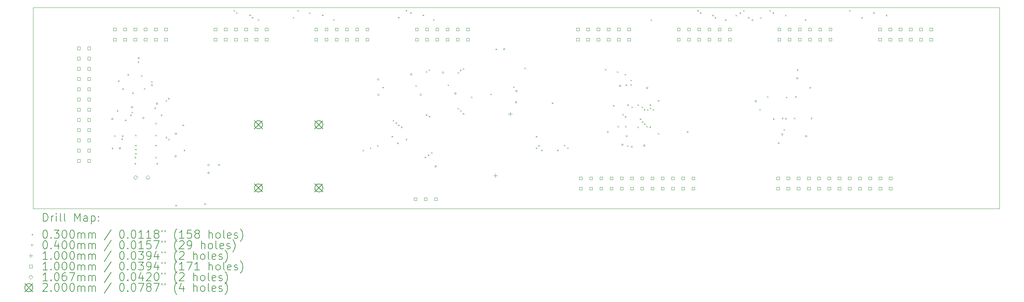
<source format=gbr>
%TF.GenerationSoftware,KiCad,Pcbnew,9.0.1*%
%TF.CreationDate,2025-04-14T23:47:01-07:00*%
%TF.ProjectId,Input_PCB_V4,496e7075-745f-4504-9342-5f56342e6b69,rev?*%
%TF.SameCoordinates,Original*%
%TF.FileFunction,Drillmap*%
%TF.FilePolarity,Positive*%
%FSLAX45Y45*%
G04 Gerber Fmt 4.5, Leading zero omitted, Abs format (unit mm)*
G04 Created by KiCad (PCBNEW 9.0.1) date 2025-04-14 23:47:01*
%MOMM*%
%LPD*%
G01*
G04 APERTURE LIST*
%ADD10C,0.050000*%
%ADD11C,0.200000*%
%ADD12C,0.100000*%
%ADD13C,0.106680*%
G04 APERTURE END LIST*
D10*
X2000000Y-8000000D02*
X26000000Y-8000000D01*
X26000000Y-13000000D01*
X2000000Y-13000000D01*
X2000000Y-8000000D01*
D11*
D12*
X3955000Y-11485000D02*
X3985000Y-11515000D01*
X3985000Y-11485000D02*
X3955000Y-11515000D01*
X4015000Y-11175000D02*
X4045000Y-11205000D01*
X4045000Y-11175000D02*
X4015000Y-11205000D01*
X4085000Y-10555000D02*
X4115000Y-10585000D01*
X4115000Y-10555000D02*
X4085000Y-10585000D01*
X4115000Y-9815000D02*
X4145000Y-9845000D01*
X4145000Y-9815000D02*
X4115000Y-9845000D01*
X4195000Y-11257500D02*
X4225000Y-11287500D01*
X4225000Y-11257500D02*
X4195000Y-11287500D01*
X4211842Y-11179293D02*
X4241842Y-11209293D01*
X4241842Y-11179293D02*
X4211842Y-11209293D01*
X4219200Y-10010000D02*
X4249200Y-10040000D01*
X4249200Y-10010000D02*
X4219200Y-10040000D01*
X4285000Y-10785000D02*
X4315000Y-10815000D01*
X4315000Y-10785000D02*
X4285000Y-10815000D01*
X4346475Y-9654615D02*
X4376475Y-9684615D01*
X4376475Y-9654615D02*
X4346475Y-9684615D01*
X4415000Y-10665000D02*
X4445000Y-10695000D01*
X4445000Y-10665000D02*
X4415000Y-10695000D01*
X4446514Y-10591468D02*
X4476514Y-10621468D01*
X4476514Y-10591468D02*
X4446514Y-10621468D01*
X4466250Y-10115000D02*
X4496250Y-10145000D01*
X4496250Y-10115000D02*
X4466250Y-10145000D01*
X4525000Y-11715000D02*
X4555000Y-11745000D01*
X4555000Y-11715000D02*
X4525000Y-11745000D01*
X4525000Y-11865000D02*
X4555000Y-11895000D01*
X4555000Y-11865000D02*
X4525000Y-11895000D01*
X4535000Y-11165000D02*
X4565000Y-11195000D01*
X4565000Y-11165000D02*
X4535000Y-11195000D01*
X4535000Y-11415000D02*
X4565000Y-11445000D01*
X4565000Y-11415000D02*
X4535000Y-11445000D01*
X4535000Y-11515000D02*
X4565000Y-11545000D01*
X4565000Y-11515000D02*
X4535000Y-11545000D01*
X4537500Y-11615000D02*
X4567500Y-11645000D01*
X4567500Y-11615000D02*
X4537500Y-11645000D01*
X4599200Y-9341765D02*
X4629200Y-9371765D01*
X4629200Y-9341765D02*
X4599200Y-9371765D01*
X4686100Y-9685000D02*
X4716100Y-9715000D01*
X4716100Y-9685000D02*
X4686100Y-9715000D01*
X4755000Y-10005000D02*
X4785000Y-10035000D01*
X4785000Y-10005000D02*
X4755000Y-10035000D01*
X4935000Y-9915000D02*
X4965000Y-9945000D01*
X4965000Y-9915000D02*
X4935000Y-9945000D01*
X4935301Y-9834612D02*
X4965301Y-9864612D01*
X4965301Y-9834612D02*
X4935301Y-9864612D01*
X5015000Y-10485000D02*
X5045000Y-10515000D01*
X5045000Y-10485000D02*
X5015000Y-10515000D01*
X5035000Y-10865000D02*
X5065000Y-10895000D01*
X5065000Y-10865000D02*
X5035000Y-10895000D01*
X5035000Y-11165000D02*
X5065000Y-11195000D01*
X5065000Y-11165000D02*
X5035000Y-11195000D01*
X5035000Y-11415000D02*
X5065000Y-11445000D01*
X5065000Y-11415000D02*
X5035000Y-11445000D01*
X5035000Y-11715000D02*
X5065000Y-11745000D01*
X5065000Y-11715000D02*
X5035000Y-11745000D01*
X5065000Y-11865000D02*
X5095000Y-11895000D01*
X5095000Y-11865000D02*
X5065000Y-11895000D01*
X5175000Y-10665000D02*
X5205000Y-10695000D01*
X5205000Y-10665000D02*
X5175000Y-10695000D01*
X5294092Y-10305850D02*
X5324092Y-10335850D01*
X5324092Y-10305850D02*
X5294092Y-10335850D01*
X5295000Y-11215000D02*
X5325000Y-11245000D01*
X5325000Y-11215000D02*
X5295000Y-11245000D01*
X5352500Y-10251183D02*
X5382500Y-10281183D01*
X5382500Y-10251183D02*
X5352500Y-10281183D01*
X5357470Y-11264976D02*
X5387470Y-11294976D01*
X5387470Y-11264976D02*
X5357470Y-11294976D01*
X5535000Y-12905000D02*
X5565000Y-12935000D01*
X5565000Y-12905000D02*
X5535000Y-12935000D01*
X5715000Y-10915000D02*
X5745000Y-10945000D01*
X5745000Y-10915000D02*
X5715000Y-10945000D01*
X5745000Y-11537500D02*
X5775000Y-11567500D01*
X5775000Y-11537500D02*
X5745000Y-11567500D01*
X6255000Y-12870000D02*
X6285000Y-12900000D01*
X6285000Y-12870000D02*
X6255000Y-12900000D01*
X6985000Y-8065000D02*
X7015000Y-8095000D01*
X7015000Y-8065000D02*
X6985000Y-8095000D01*
X7045000Y-8122500D02*
X7075000Y-8152500D01*
X7075000Y-8122500D02*
X7045000Y-8152500D01*
X7375000Y-8180000D02*
X7405000Y-8210000D01*
X7405000Y-8180000D02*
X7375000Y-8210000D01*
X7430621Y-8237500D02*
X7460621Y-8267500D01*
X7460621Y-8237500D02*
X7430621Y-8267500D01*
X7585000Y-8295000D02*
X7615000Y-8325000D01*
X7615000Y-8295000D02*
X7585000Y-8325000D01*
X8453817Y-8237500D02*
X8483817Y-8267500D01*
X8483817Y-8237500D02*
X8453817Y-8267500D01*
X8565000Y-8065000D02*
X8595000Y-8095000D01*
X8595000Y-8065000D02*
X8565000Y-8095000D01*
X8855000Y-8122500D02*
X8885000Y-8152500D01*
X8885000Y-8122500D02*
X8855000Y-8152500D01*
X9175000Y-8180000D02*
X9205000Y-8210000D01*
X9205000Y-8180000D02*
X9175000Y-8210000D01*
X9455000Y-8295000D02*
X9485000Y-8325000D01*
X9485000Y-8295000D02*
X9455000Y-8325000D01*
X10185000Y-11537500D02*
X10215000Y-11567500D01*
X10215000Y-11537500D02*
X10185000Y-11567500D01*
X10365000Y-11480000D02*
X10395000Y-11510000D01*
X10395000Y-11480000D02*
X10365000Y-11510000D01*
X10545000Y-11422500D02*
X10575000Y-11452500D01*
X10575000Y-11422500D02*
X10545000Y-11452500D01*
X10674992Y-9975000D02*
X10704992Y-10005000D01*
X10704992Y-9975000D02*
X10674992Y-10005000D01*
X10905000Y-11192500D02*
X10935000Y-11222500D01*
X10935000Y-11192500D02*
X10905000Y-11222500D01*
X10935000Y-10795000D02*
X10965000Y-10825000D01*
X10965000Y-10795000D02*
X10935000Y-10825000D01*
X11005000Y-10855000D02*
X11035000Y-10885000D01*
X11035000Y-10855000D02*
X11005000Y-10885000D01*
X11045000Y-11360000D02*
X11075000Y-11390000D01*
X11075000Y-11360000D02*
X11045000Y-11390000D01*
X11065000Y-8237500D02*
X11095000Y-8267500D01*
X11095000Y-8237500D02*
X11065000Y-8267500D01*
X11065000Y-10915000D02*
X11095000Y-10945000D01*
X11095000Y-10915000D02*
X11065000Y-10945000D01*
X11135000Y-10962500D02*
X11165000Y-10992500D01*
X11165000Y-10962500D02*
X11135000Y-10992500D01*
X11255000Y-8065000D02*
X11285000Y-8095000D01*
X11285000Y-8065000D02*
X11255000Y-8095000D01*
X11255000Y-11265000D02*
X11285000Y-11295000D01*
X11285000Y-11265000D02*
X11255000Y-11295000D01*
X11365000Y-8122500D02*
X11395000Y-8152500D01*
X11395000Y-8122500D02*
X11365000Y-8152500D01*
X11494992Y-9935000D02*
X11524992Y-9965000D01*
X11524992Y-9935000D02*
X11494992Y-9965000D01*
X11675000Y-8180000D02*
X11705000Y-8210000D01*
X11705000Y-8180000D02*
X11675000Y-8210000D01*
X11725000Y-11710000D02*
X11755000Y-11740000D01*
X11755000Y-11710000D02*
X11725000Y-11740000D01*
X11754992Y-9585000D02*
X11784992Y-9615000D01*
X11784992Y-9585000D02*
X11754992Y-9615000D01*
X11755000Y-10655000D02*
X11785000Y-10685000D01*
X11785000Y-10655000D02*
X11755000Y-10685000D01*
X11805000Y-11652500D02*
X11835000Y-11682500D01*
X11835000Y-11652500D02*
X11805000Y-11682500D01*
X11821556Y-9540624D02*
X11851556Y-9570624D01*
X11851556Y-9540624D02*
X11821556Y-9570624D01*
X11825000Y-10695000D02*
X11855000Y-10725000D01*
X11855000Y-10695000D02*
X11825000Y-10725000D01*
X11885000Y-11595000D02*
X11915000Y-11625000D01*
X11915000Y-11595000D02*
X11885000Y-11625000D01*
X11935000Y-8295000D02*
X11965000Y-8325000D01*
X11965000Y-8295000D02*
X11935000Y-8325000D01*
X12294992Y-9915000D02*
X12324992Y-9945000D01*
X12324992Y-9915000D02*
X12294992Y-9945000D01*
X12544992Y-9605000D02*
X12574992Y-9635000D01*
X12574992Y-9605000D02*
X12544992Y-9635000D01*
X12545000Y-10495000D02*
X12575000Y-10525000D01*
X12575000Y-10495000D02*
X12545000Y-10525000D01*
X12601560Y-9548431D02*
X12631560Y-9578431D01*
X12631560Y-9548431D02*
X12601560Y-9578431D01*
X12605000Y-10555000D02*
X12635000Y-10585000D01*
X12635000Y-10555000D02*
X12605000Y-10585000D01*
X12672333Y-9511131D02*
X12702333Y-9541131D01*
X12702333Y-9511131D02*
X12672333Y-9541131D01*
X12675000Y-10625000D02*
X12705000Y-10655000D01*
X12705000Y-10625000D02*
X12675000Y-10655000D01*
X12874992Y-10215000D02*
X12904992Y-10245000D01*
X12904992Y-10215000D02*
X12874992Y-10245000D01*
X13356000Y-10143750D02*
X13386000Y-10173750D01*
X13386000Y-10143750D02*
X13356000Y-10173750D01*
X13485407Y-9025407D02*
X13515407Y-9055407D01*
X13515407Y-9025407D02*
X13485407Y-9055407D01*
X13921000Y-9963750D02*
X13951000Y-9993750D01*
X13951000Y-9963750D02*
X13921000Y-9993750D01*
X14205000Y-9495000D02*
X14235000Y-9525000D01*
X14235000Y-9495000D02*
X14205000Y-9525000D01*
X14485000Y-11192500D02*
X14515000Y-11222500D01*
X14515000Y-11192500D02*
X14485000Y-11222500D01*
X14485000Y-11480000D02*
X14515000Y-11510000D01*
X14515000Y-11480000D02*
X14485000Y-11510000D01*
X14545000Y-11422500D02*
X14575000Y-11452500D01*
X14575000Y-11422500D02*
X14545000Y-11452500D01*
X14615000Y-11537500D02*
X14645000Y-11567500D01*
X14645000Y-11537500D02*
X14615000Y-11567500D01*
X14885000Y-10365000D02*
X14915000Y-10395000D01*
X14915000Y-10365000D02*
X14885000Y-10395000D01*
X15015000Y-11537500D02*
X15045000Y-11567500D01*
X15045000Y-11537500D02*
X15015000Y-11567500D01*
X15185000Y-11415000D02*
X15215000Y-11445000D01*
X15215000Y-11415000D02*
X15185000Y-11445000D01*
X15265000Y-11475000D02*
X15295000Y-11505000D01*
X15295000Y-11475000D02*
X15265000Y-11505000D01*
X16205000Y-9530000D02*
X16235000Y-9560000D01*
X16235000Y-9530000D02*
X16205000Y-9560000D01*
X16255000Y-11075000D02*
X16285000Y-11105000D01*
X16285000Y-11075000D02*
X16255000Y-11105000D01*
X16402748Y-10425120D02*
X16432748Y-10455120D01*
X16432748Y-10425120D02*
X16402748Y-10455120D01*
X16498817Y-9587500D02*
X16528817Y-9617500D01*
X16528817Y-9587500D02*
X16498817Y-9617500D01*
X16515000Y-10944880D02*
X16545000Y-10974880D01*
X16545000Y-10944880D02*
X16515000Y-10974880D01*
X16635000Y-10645000D02*
X16665000Y-10675000D01*
X16665000Y-10645000D02*
X16635000Y-10675000D01*
X16690659Y-9652500D02*
X16720659Y-9682500D01*
X16720659Y-9652500D02*
X16690659Y-9682500D01*
X16695000Y-10702500D02*
X16725000Y-10732500D01*
X16725000Y-10702500D02*
X16695000Y-10732500D01*
X16705000Y-10944880D02*
X16735000Y-10974880D01*
X16735000Y-10944880D02*
X16705000Y-10974880D01*
X16712500Y-9915000D02*
X16742500Y-9945000D01*
X16742500Y-9915000D02*
X16712500Y-9945000D01*
X16725000Y-11182500D02*
X16755000Y-11212500D01*
X16755000Y-11182500D02*
X16725000Y-11212500D01*
X16755139Y-11426907D02*
X16785139Y-11456907D01*
X16785139Y-11426907D02*
X16755139Y-11456907D01*
X16760000Y-10409788D02*
X16790000Y-10439788D01*
X16790000Y-10409788D02*
X16760000Y-10439788D01*
X16835000Y-9905000D02*
X16865000Y-9935000D01*
X16865000Y-9905000D02*
X16835000Y-9935000D01*
X16836317Y-9795000D02*
X16866317Y-9825000D01*
X16866317Y-9795000D02*
X16836317Y-9825000D01*
X16852500Y-11445000D02*
X16882500Y-11475000D01*
X16882500Y-11445000D02*
X16852500Y-11475000D01*
X16860000Y-10465000D02*
X16890000Y-10495000D01*
X16890000Y-10465000D02*
X16860000Y-10495000D01*
X17010000Y-10409788D02*
X17040000Y-10439788D01*
X17040000Y-10409788D02*
X17010000Y-10439788D01*
X17010000Y-10960212D02*
X17040000Y-10990212D01*
X17040000Y-10960212D02*
X17010000Y-10990212D01*
X17069187Y-10760034D02*
X17099187Y-10790034D01*
X17099187Y-10760034D02*
X17069187Y-10790034D01*
X17115685Y-10464981D02*
X17145685Y-10494981D01*
X17145685Y-10464981D02*
X17115685Y-10494981D01*
X17119027Y-10827500D02*
X17149027Y-10857500D01*
X17149027Y-10827500D02*
X17119027Y-10857500D01*
X17165599Y-10527500D02*
X17195599Y-10557500D01*
X17195599Y-10527500D02*
X17165599Y-10557500D01*
X17174408Y-10885232D02*
X17204408Y-10915232D01*
X17204408Y-10885232D02*
X17174408Y-10915232D01*
X17227574Y-10945010D02*
X17257574Y-10975010D01*
X17257574Y-10945010D02*
X17227574Y-10975010D01*
X17246916Y-10527500D02*
X17276916Y-10557500D01*
X17276916Y-10527500D02*
X17246916Y-10557500D01*
X17310000Y-10960213D02*
X17340000Y-10990213D01*
X17340000Y-10960213D02*
X17310000Y-10990213D01*
X17310000Y-10409787D02*
X17340000Y-10439787D01*
X17340000Y-10409787D02*
X17310000Y-10439787D01*
X17317290Y-10489455D02*
X17347290Y-10519455D01*
X17347290Y-10489455D02*
X17317290Y-10519455D01*
X17335000Y-8298500D02*
X17365000Y-8328500D01*
X17365000Y-8298500D02*
X17335000Y-8328500D01*
X17387665Y-10527500D02*
X17417665Y-10557500D01*
X17417665Y-10527500D02*
X17387665Y-10557500D01*
X17515000Y-10305000D02*
X17545000Y-10335000D01*
X17545000Y-10305000D02*
X17515000Y-10335000D01*
X17517458Y-11122543D02*
X17547458Y-11152543D01*
X17547458Y-11122543D02*
X17517458Y-11152543D01*
X18235000Y-11075000D02*
X18265000Y-11105000D01*
X18265000Y-11075000D02*
X18235000Y-11105000D01*
X18495000Y-8065000D02*
X18525000Y-8095000D01*
X18525000Y-8065000D02*
X18495000Y-8095000D01*
X18561564Y-8122500D02*
X18591564Y-8152500D01*
X18591564Y-8122500D02*
X18561564Y-8152500D01*
X18865000Y-8183500D02*
X18895000Y-8213500D01*
X18895000Y-8183500D02*
X18865000Y-8213500D01*
X18925000Y-8241000D02*
X18955000Y-8271000D01*
X18955000Y-8241000D02*
X18925000Y-8271000D01*
X19185000Y-8298500D02*
X19215000Y-8328500D01*
X19215000Y-8298500D02*
X19185000Y-8328500D01*
X19445000Y-8183500D02*
X19475000Y-8213500D01*
X19475000Y-8183500D02*
X19445000Y-8213500D01*
X19545000Y-8122500D02*
X19575000Y-8152500D01*
X19575000Y-8122500D02*
X19545000Y-8152500D01*
X19635000Y-8065000D02*
X19665000Y-8095000D01*
X19665000Y-8065000D02*
X19635000Y-8095000D01*
X19755000Y-8241000D02*
X19785000Y-8271000D01*
X19785000Y-8241000D02*
X19755000Y-8271000D01*
X19845000Y-8298500D02*
X19875000Y-8328500D01*
X19875000Y-8298500D02*
X19845000Y-8328500D01*
X20035000Y-10525000D02*
X20065000Y-10555000D01*
X20065000Y-10525000D02*
X20035000Y-10555000D01*
X20055000Y-8241000D02*
X20085000Y-8271000D01*
X20085000Y-8241000D02*
X20055000Y-8271000D01*
X20225000Y-10205000D02*
X20255000Y-10235000D01*
X20255000Y-10205000D02*
X20225000Y-10235000D01*
X20285000Y-8065000D02*
X20315000Y-8095000D01*
X20315000Y-8065000D02*
X20285000Y-8095000D01*
X20365000Y-8122500D02*
X20395000Y-8152500D01*
X20395000Y-8122500D02*
X20365000Y-8152500D01*
X20374973Y-10755397D02*
X20404973Y-10785397D01*
X20404973Y-10755397D02*
X20374973Y-10785397D01*
X20495000Y-11355000D02*
X20525000Y-11385000D01*
X20525000Y-11355000D02*
X20495000Y-11385000D01*
X20593706Y-10740078D02*
X20623706Y-10770078D01*
X20623706Y-10740078D02*
X20593706Y-10770078D01*
X20635000Y-11025000D02*
X20665000Y-11055000D01*
X20665000Y-11025000D02*
X20635000Y-11055000D01*
X20675000Y-8183500D02*
X20705000Y-8213500D01*
X20705000Y-8183500D02*
X20675000Y-8213500D01*
X20679987Y-10750198D02*
X20709987Y-10780198D01*
X20709987Y-10750198D02*
X20679987Y-10780198D01*
X20696004Y-10218012D02*
X20726004Y-10248012D01*
X20726004Y-10218012D02*
X20696004Y-10248012D01*
X20895803Y-10740549D02*
X20925803Y-10770549D01*
X20925803Y-10740549D02*
X20895803Y-10770549D01*
X20925000Y-10205000D02*
X20955000Y-10235000D01*
X20955000Y-10205000D02*
X20925000Y-10235000D01*
X20965000Y-9539788D02*
X20995000Y-9569788D01*
X20995000Y-9539788D02*
X20965000Y-9569788D01*
X21165000Y-8298500D02*
X21195000Y-8328500D01*
X21195000Y-8298500D02*
X21165000Y-8328500D01*
X21279987Y-9979908D02*
X21309987Y-10009908D01*
X21309987Y-9979908D02*
X21279987Y-10009908D01*
X21313214Y-10740078D02*
X21343214Y-10770078D01*
X21343214Y-10740078D02*
X21313214Y-10770078D01*
X22265000Y-8065000D02*
X22295000Y-8095000D01*
X22295000Y-8065000D02*
X22265000Y-8095000D01*
X22565000Y-8241000D02*
X22595000Y-8271000D01*
X22595000Y-8241000D02*
X22565000Y-8271000D01*
X22864000Y-8126000D02*
X22894000Y-8156000D01*
X22894000Y-8126000D02*
X22864000Y-8156000D01*
X23177000Y-8185000D02*
X23207000Y-8215000D01*
X23207000Y-8185000D02*
X23177000Y-8215000D01*
X3990000Y-10770000D02*
G75*
G02*
X3950000Y-10770000I-20000J0D01*
G01*
X3950000Y-10770000D02*
G75*
G02*
X3990000Y-10770000I20000J0D01*
G01*
X4178282Y-11503282D02*
G75*
G02*
X4138282Y-11503282I-20000J0D01*
G01*
X4138282Y-11503282D02*
G75*
G02*
X4178282Y-11503282I20000J0D01*
G01*
X4480000Y-10480000D02*
G75*
G02*
X4440000Y-10480000I-20000J0D01*
G01*
X4440000Y-10480000D02*
G75*
G02*
X4480000Y-10480000I20000J0D01*
G01*
X4646686Y-9261462D02*
G75*
G02*
X4606686Y-9261462I-20000J0D01*
G01*
X4606686Y-9261462D02*
G75*
G02*
X4646686Y-9261462I20000J0D01*
G01*
X4760000Y-10747500D02*
G75*
G02*
X4720000Y-10747500I-20000J0D01*
G01*
X4720000Y-10747500D02*
G75*
G02*
X4760000Y-10747500I20000J0D01*
G01*
X5100000Y-10390000D02*
G75*
G02*
X5060000Y-10390000I-20000J0D01*
G01*
X5060000Y-10390000D02*
G75*
G02*
X5100000Y-10390000I20000J0D01*
G01*
X5560000Y-11700000D02*
G75*
G02*
X5520000Y-11700000I-20000J0D01*
G01*
X5520000Y-11700000D02*
G75*
G02*
X5560000Y-11700000I20000J0D01*
G01*
X5570000Y-11140000D02*
G75*
G02*
X5530000Y-11140000I-20000J0D01*
G01*
X5530000Y-11140000D02*
G75*
G02*
X5570000Y-11140000I20000J0D01*
G01*
X6380000Y-11915000D02*
G75*
G02*
X6340000Y-11915000I-20000J0D01*
G01*
X6340000Y-11915000D02*
G75*
G02*
X6380000Y-11915000I20000J0D01*
G01*
X6380000Y-12107500D02*
G75*
G02*
X6340000Y-12107500I-20000J0D01*
G01*
X6340000Y-12107500D02*
G75*
G02*
X6380000Y-12107500I20000J0D01*
G01*
X6640000Y-11915000D02*
G75*
G02*
X6600000Y-11915000I-20000J0D01*
G01*
X6600000Y-11915000D02*
G75*
G02*
X6640000Y-11915000I20000J0D01*
G01*
X10590000Y-9790000D02*
G75*
G02*
X10550000Y-9790000I-20000J0D01*
G01*
X10550000Y-9790000D02*
G75*
G02*
X10590000Y-9790000I20000J0D01*
G01*
X10600000Y-10170000D02*
G75*
G02*
X10560000Y-10170000I-20000J0D01*
G01*
X10560000Y-10170000D02*
G75*
G02*
X10600000Y-10170000I20000J0D01*
G01*
X11410000Y-9667500D02*
G75*
G02*
X11370000Y-9667500I-20000J0D01*
G01*
X11370000Y-9667500D02*
G75*
G02*
X11410000Y-9667500I20000J0D01*
G01*
X11650000Y-10170000D02*
G75*
G02*
X11610000Y-10170000I-20000J0D01*
G01*
X11610000Y-10170000D02*
G75*
G02*
X11650000Y-10170000I20000J0D01*
G01*
X12020000Y-11950000D02*
G75*
G02*
X11980000Y-11950000I-20000J0D01*
G01*
X11980000Y-11950000D02*
G75*
G02*
X12020000Y-11950000I20000J0D01*
G01*
X12200000Y-9620000D02*
G75*
G02*
X12160000Y-9620000I-20000J0D01*
G01*
X12160000Y-9620000D02*
G75*
G02*
X12200000Y-9620000I20000J0D01*
G01*
X12510000Y-10135000D02*
G75*
G02*
X12470000Y-10135000I-20000J0D01*
G01*
X12470000Y-10135000D02*
G75*
G02*
X12510000Y-10135000I20000J0D01*
G01*
X13720000Y-9040000D02*
G75*
G02*
X13680000Y-9040000I-20000J0D01*
G01*
X13680000Y-9040000D02*
G75*
G02*
X13720000Y-9040000I20000J0D01*
G01*
X14016000Y-10358750D02*
G75*
G02*
X13976000Y-10358750I-20000J0D01*
G01*
X13976000Y-10358750D02*
G75*
G02*
X14016000Y-10358750I20000J0D01*
G01*
X14026000Y-10078750D02*
G75*
G02*
X13986000Y-10078750I-20000J0D01*
G01*
X13986000Y-10078750D02*
G75*
G02*
X14026000Y-10078750I20000J0D01*
G01*
X16600000Y-9950000D02*
G75*
G02*
X16560000Y-9950000I-20000J0D01*
G01*
X16560000Y-9950000D02*
G75*
G02*
X16600000Y-9950000I20000J0D01*
G01*
X16657141Y-11411455D02*
G75*
G02*
X16617141Y-11411455I-20000J0D01*
G01*
X16617141Y-11411455D02*
G75*
G02*
X16657141Y-11411455I20000J0D01*
G01*
X17200000Y-11430000D02*
G75*
G02*
X17160000Y-11430000I-20000J0D01*
G01*
X17160000Y-11430000D02*
G75*
G02*
X17200000Y-11430000I20000J0D01*
G01*
X17270000Y-10000000D02*
G75*
G02*
X17230000Y-10000000I-20000J0D01*
G01*
X17230000Y-10000000D02*
G75*
G02*
X17270000Y-10000000I20000J0D01*
G01*
X19968458Y-10332199D02*
G75*
G02*
X19928458Y-10332199I-20000J0D01*
G01*
X19928458Y-10332199D02*
G75*
G02*
X19968458Y-10332199I20000J0D01*
G01*
X20623737Y-11156263D02*
G75*
G02*
X20583737Y-11156263I-20000J0D01*
G01*
X20583737Y-11156263D02*
G75*
G02*
X20623737Y-11156263I20000J0D01*
G01*
X21000000Y-9760000D02*
G75*
G02*
X20960000Y-9760000I-20000J0D01*
G01*
X20960000Y-9760000D02*
G75*
G02*
X21000000Y-9760000I20000J0D01*
G01*
X21220000Y-11200000D02*
G75*
G02*
X21180000Y-11200000I-20000J0D01*
G01*
X21180000Y-11200000D02*
G75*
G02*
X21220000Y-11200000I20000J0D01*
G01*
X13480000Y-12130000D02*
X13480000Y-12230000D01*
X13430000Y-12180000D02*
X13530000Y-12180000D01*
X13846000Y-10598750D02*
X13846000Y-10698750D01*
X13796000Y-10648750D02*
X13896000Y-10648750D01*
X3175356Y-9051356D02*
X3175356Y-8980644D01*
X3104644Y-8980644D01*
X3104644Y-9051356D01*
X3175356Y-9051356D01*
X3175356Y-9305356D02*
X3175356Y-9234644D01*
X3104644Y-9234644D01*
X3104644Y-9305356D01*
X3175356Y-9305356D01*
X3175356Y-9559356D02*
X3175356Y-9488644D01*
X3104644Y-9488644D01*
X3104644Y-9559356D01*
X3175356Y-9559356D01*
X3175356Y-9813356D02*
X3175356Y-9742644D01*
X3104644Y-9742644D01*
X3104644Y-9813356D01*
X3175356Y-9813356D01*
X3175356Y-10067356D02*
X3175356Y-9996644D01*
X3104644Y-9996644D01*
X3104644Y-10067356D01*
X3175356Y-10067356D01*
X3175356Y-10321356D02*
X3175356Y-10250644D01*
X3104644Y-10250644D01*
X3104644Y-10321356D01*
X3175356Y-10321356D01*
X3175356Y-10575356D02*
X3175356Y-10504644D01*
X3104644Y-10504644D01*
X3104644Y-10575356D01*
X3175356Y-10575356D01*
X3175356Y-10829356D02*
X3175356Y-10758644D01*
X3104644Y-10758644D01*
X3104644Y-10829356D01*
X3175356Y-10829356D01*
X3175356Y-11083356D02*
X3175356Y-11012644D01*
X3104644Y-11012644D01*
X3104644Y-11083356D01*
X3175356Y-11083356D01*
X3175356Y-11337356D02*
X3175356Y-11266644D01*
X3104644Y-11266644D01*
X3104644Y-11337356D01*
X3175356Y-11337356D01*
X3175356Y-11591356D02*
X3175356Y-11520644D01*
X3104644Y-11520644D01*
X3104644Y-11591356D01*
X3175356Y-11591356D01*
X3175356Y-11845356D02*
X3175356Y-11774644D01*
X3104644Y-11774644D01*
X3104644Y-11845356D01*
X3175356Y-11845356D01*
X3429356Y-9051356D02*
X3429356Y-8980644D01*
X3358644Y-8980644D01*
X3358644Y-9051356D01*
X3429356Y-9051356D01*
X3429356Y-9305356D02*
X3429356Y-9234644D01*
X3358644Y-9234644D01*
X3358644Y-9305356D01*
X3429356Y-9305356D01*
X3429356Y-9559356D02*
X3429356Y-9488644D01*
X3358644Y-9488644D01*
X3358644Y-9559356D01*
X3429356Y-9559356D01*
X3429356Y-9813356D02*
X3429356Y-9742644D01*
X3358644Y-9742644D01*
X3358644Y-9813356D01*
X3429356Y-9813356D01*
X3429356Y-10067356D02*
X3429356Y-9996644D01*
X3358644Y-9996644D01*
X3358644Y-10067356D01*
X3429356Y-10067356D01*
X3429356Y-10321356D02*
X3429356Y-10250644D01*
X3358644Y-10250644D01*
X3358644Y-10321356D01*
X3429356Y-10321356D01*
X3429356Y-10575356D02*
X3429356Y-10504644D01*
X3358644Y-10504644D01*
X3358644Y-10575356D01*
X3429356Y-10575356D01*
X3429356Y-10829356D02*
X3429356Y-10758644D01*
X3358644Y-10758644D01*
X3358644Y-10829356D01*
X3429356Y-10829356D01*
X3429356Y-11083356D02*
X3429356Y-11012644D01*
X3358644Y-11012644D01*
X3358644Y-11083356D01*
X3429356Y-11083356D01*
X3429356Y-11337356D02*
X3429356Y-11266644D01*
X3358644Y-11266644D01*
X3358644Y-11337356D01*
X3429356Y-11337356D01*
X3429356Y-11591356D02*
X3429356Y-11520644D01*
X3358644Y-11520644D01*
X3358644Y-11591356D01*
X3429356Y-11591356D01*
X3429356Y-11845356D02*
X3429356Y-11774644D01*
X3358644Y-11774644D01*
X3358644Y-11845356D01*
X3429356Y-11845356D01*
X4065356Y-8581356D02*
X4065356Y-8510644D01*
X3994644Y-8510644D01*
X3994644Y-8581356D01*
X4065356Y-8581356D01*
X4065356Y-8835356D02*
X4065356Y-8764644D01*
X3994644Y-8764644D01*
X3994644Y-8835356D01*
X4065356Y-8835356D01*
X4319356Y-8581356D02*
X4319356Y-8510644D01*
X4248644Y-8510644D01*
X4248644Y-8581356D01*
X4319356Y-8581356D01*
X4319356Y-8835356D02*
X4319356Y-8764644D01*
X4248644Y-8764644D01*
X4248644Y-8835356D01*
X4319356Y-8835356D01*
X4573356Y-8581356D02*
X4573356Y-8510644D01*
X4502644Y-8510644D01*
X4502644Y-8581356D01*
X4573356Y-8581356D01*
X4573356Y-8835356D02*
X4573356Y-8764644D01*
X4502644Y-8764644D01*
X4502644Y-8835356D01*
X4573356Y-8835356D01*
X4827356Y-8581356D02*
X4827356Y-8510644D01*
X4756644Y-8510644D01*
X4756644Y-8581356D01*
X4827356Y-8581356D01*
X4827356Y-8835356D02*
X4827356Y-8764644D01*
X4756644Y-8764644D01*
X4756644Y-8835356D01*
X4827356Y-8835356D01*
X5081356Y-8581356D02*
X5081356Y-8510644D01*
X5010644Y-8510644D01*
X5010644Y-8581356D01*
X5081356Y-8581356D01*
X5081356Y-8835356D02*
X5081356Y-8764644D01*
X5010644Y-8764644D01*
X5010644Y-8835356D01*
X5081356Y-8835356D01*
X5335356Y-8581356D02*
X5335356Y-8510644D01*
X5264644Y-8510644D01*
X5264644Y-8581356D01*
X5335356Y-8581356D01*
X5335356Y-8835356D02*
X5335356Y-8764644D01*
X5264644Y-8764644D01*
X5264644Y-8835356D01*
X5335356Y-8835356D01*
X6565356Y-8581356D02*
X6565356Y-8510644D01*
X6494644Y-8510644D01*
X6494644Y-8581356D01*
X6565356Y-8581356D01*
X6565356Y-8835356D02*
X6565356Y-8764644D01*
X6494644Y-8764644D01*
X6494644Y-8835356D01*
X6565356Y-8835356D01*
X6819356Y-8581356D02*
X6819356Y-8510644D01*
X6748644Y-8510644D01*
X6748644Y-8581356D01*
X6819356Y-8581356D01*
X6819356Y-8835356D02*
X6819356Y-8764644D01*
X6748644Y-8764644D01*
X6748644Y-8835356D01*
X6819356Y-8835356D01*
X7073356Y-8581356D02*
X7073356Y-8510644D01*
X7002644Y-8510644D01*
X7002644Y-8581356D01*
X7073356Y-8581356D01*
X7073356Y-8835356D02*
X7073356Y-8764644D01*
X7002644Y-8764644D01*
X7002644Y-8835356D01*
X7073356Y-8835356D01*
X7327356Y-8581356D02*
X7327356Y-8510644D01*
X7256644Y-8510644D01*
X7256644Y-8581356D01*
X7327356Y-8581356D01*
X7327356Y-8835356D02*
X7327356Y-8764644D01*
X7256644Y-8764644D01*
X7256644Y-8835356D01*
X7327356Y-8835356D01*
X7581356Y-8581356D02*
X7581356Y-8510644D01*
X7510644Y-8510644D01*
X7510644Y-8581356D01*
X7581356Y-8581356D01*
X7581356Y-8835356D02*
X7581356Y-8764644D01*
X7510644Y-8764644D01*
X7510644Y-8835356D01*
X7581356Y-8835356D01*
X7835356Y-8581356D02*
X7835356Y-8510644D01*
X7764644Y-8510644D01*
X7764644Y-8581356D01*
X7835356Y-8581356D01*
X7835356Y-8835356D02*
X7835356Y-8764644D01*
X7764644Y-8764644D01*
X7764644Y-8835356D01*
X7835356Y-8835356D01*
X9065356Y-8581356D02*
X9065356Y-8510644D01*
X8994644Y-8510644D01*
X8994644Y-8581356D01*
X9065356Y-8581356D01*
X9065356Y-8835356D02*
X9065356Y-8764644D01*
X8994644Y-8764644D01*
X8994644Y-8835356D01*
X9065356Y-8835356D01*
X9319356Y-8581356D02*
X9319356Y-8510644D01*
X9248644Y-8510644D01*
X9248644Y-8581356D01*
X9319356Y-8581356D01*
X9319356Y-8835356D02*
X9319356Y-8764644D01*
X9248644Y-8764644D01*
X9248644Y-8835356D01*
X9319356Y-8835356D01*
X9573356Y-8581356D02*
X9573356Y-8510644D01*
X9502644Y-8510644D01*
X9502644Y-8581356D01*
X9573356Y-8581356D01*
X9573356Y-8835356D02*
X9573356Y-8764644D01*
X9502644Y-8764644D01*
X9502644Y-8835356D01*
X9573356Y-8835356D01*
X9827356Y-8581356D02*
X9827356Y-8510644D01*
X9756644Y-8510644D01*
X9756644Y-8581356D01*
X9827356Y-8581356D01*
X9827356Y-8835356D02*
X9827356Y-8764644D01*
X9756644Y-8764644D01*
X9756644Y-8835356D01*
X9827356Y-8835356D01*
X10081356Y-8581356D02*
X10081356Y-8510644D01*
X10010644Y-8510644D01*
X10010644Y-8581356D01*
X10081356Y-8581356D01*
X10081356Y-8835356D02*
X10081356Y-8764644D01*
X10010644Y-8764644D01*
X10010644Y-8835356D01*
X10081356Y-8835356D01*
X10335356Y-8581356D02*
X10335356Y-8510644D01*
X10264644Y-8510644D01*
X10264644Y-8581356D01*
X10335356Y-8581356D01*
X10335356Y-8835356D02*
X10335356Y-8764644D01*
X10264644Y-8764644D01*
X10264644Y-8835356D01*
X10335356Y-8835356D01*
X11527356Y-12795356D02*
X11527356Y-12724644D01*
X11456644Y-12724644D01*
X11456644Y-12795356D01*
X11527356Y-12795356D01*
X11565356Y-8581356D02*
X11565356Y-8510644D01*
X11494644Y-8510644D01*
X11494644Y-8581356D01*
X11565356Y-8581356D01*
X11565356Y-8835356D02*
X11565356Y-8764644D01*
X11494644Y-8764644D01*
X11494644Y-8835356D01*
X11565356Y-8835356D01*
X11781356Y-12795356D02*
X11781356Y-12724644D01*
X11710644Y-12724644D01*
X11710644Y-12795356D01*
X11781356Y-12795356D01*
X11819356Y-8581356D02*
X11819356Y-8510644D01*
X11748644Y-8510644D01*
X11748644Y-8581356D01*
X11819356Y-8581356D01*
X11819356Y-8835356D02*
X11819356Y-8764644D01*
X11748644Y-8764644D01*
X11748644Y-8835356D01*
X11819356Y-8835356D01*
X12035356Y-12795356D02*
X12035356Y-12724644D01*
X11964644Y-12724644D01*
X11964644Y-12795356D01*
X12035356Y-12795356D01*
X12073356Y-8581356D02*
X12073356Y-8510644D01*
X12002644Y-8510644D01*
X12002644Y-8581356D01*
X12073356Y-8581356D01*
X12073356Y-8835356D02*
X12073356Y-8764644D01*
X12002644Y-8764644D01*
X12002644Y-8835356D01*
X12073356Y-8835356D01*
X12327356Y-8581356D02*
X12327356Y-8510644D01*
X12256644Y-8510644D01*
X12256644Y-8581356D01*
X12327356Y-8581356D01*
X12327356Y-8835356D02*
X12327356Y-8764644D01*
X12256644Y-8764644D01*
X12256644Y-8835356D01*
X12327356Y-8835356D01*
X12581356Y-8581356D02*
X12581356Y-8510644D01*
X12510644Y-8510644D01*
X12510644Y-8581356D01*
X12581356Y-8581356D01*
X12581356Y-8835356D02*
X12581356Y-8764644D01*
X12510644Y-8764644D01*
X12510644Y-8835356D01*
X12581356Y-8835356D01*
X12835356Y-8581356D02*
X12835356Y-8510644D01*
X12764644Y-8510644D01*
X12764644Y-8581356D01*
X12835356Y-8581356D01*
X12835356Y-8835356D02*
X12835356Y-8764644D01*
X12764644Y-8764644D01*
X12764644Y-8835356D01*
X12835356Y-8835356D01*
X15565356Y-8581356D02*
X15565356Y-8510644D01*
X15494644Y-8510644D01*
X15494644Y-8581356D01*
X15565356Y-8581356D01*
X15565356Y-8835356D02*
X15565356Y-8764644D01*
X15494644Y-8764644D01*
X15494644Y-8835356D01*
X15565356Y-8835356D01*
X15635356Y-12281356D02*
X15635356Y-12210644D01*
X15564644Y-12210644D01*
X15564644Y-12281356D01*
X15635356Y-12281356D01*
X15635356Y-12535356D02*
X15635356Y-12464644D01*
X15564644Y-12464644D01*
X15564644Y-12535356D01*
X15635356Y-12535356D01*
X15819356Y-8581356D02*
X15819356Y-8510644D01*
X15748644Y-8510644D01*
X15748644Y-8581356D01*
X15819356Y-8581356D01*
X15819356Y-8835356D02*
X15819356Y-8764644D01*
X15748644Y-8764644D01*
X15748644Y-8835356D01*
X15819356Y-8835356D01*
X15889356Y-12281356D02*
X15889356Y-12210644D01*
X15818644Y-12210644D01*
X15818644Y-12281356D01*
X15889356Y-12281356D01*
X15889356Y-12535356D02*
X15889356Y-12464644D01*
X15818644Y-12464644D01*
X15818644Y-12535356D01*
X15889356Y-12535356D01*
X16073356Y-8581356D02*
X16073356Y-8510644D01*
X16002644Y-8510644D01*
X16002644Y-8581356D01*
X16073356Y-8581356D01*
X16073356Y-8835356D02*
X16073356Y-8764644D01*
X16002644Y-8764644D01*
X16002644Y-8835356D01*
X16073356Y-8835356D01*
X16143356Y-12281356D02*
X16143356Y-12210644D01*
X16072644Y-12210644D01*
X16072644Y-12281356D01*
X16143356Y-12281356D01*
X16143356Y-12535356D02*
X16143356Y-12464644D01*
X16072644Y-12464644D01*
X16072644Y-12535356D01*
X16143356Y-12535356D01*
X16327356Y-8581356D02*
X16327356Y-8510644D01*
X16256644Y-8510644D01*
X16256644Y-8581356D01*
X16327356Y-8581356D01*
X16327356Y-8835356D02*
X16327356Y-8764644D01*
X16256644Y-8764644D01*
X16256644Y-8835356D01*
X16327356Y-8835356D01*
X16397356Y-12281356D02*
X16397356Y-12210644D01*
X16326644Y-12210644D01*
X16326644Y-12281356D01*
X16397356Y-12281356D01*
X16397356Y-12535356D02*
X16397356Y-12464644D01*
X16326644Y-12464644D01*
X16326644Y-12535356D01*
X16397356Y-12535356D01*
X16581356Y-8581356D02*
X16581356Y-8510644D01*
X16510644Y-8510644D01*
X16510644Y-8581356D01*
X16581356Y-8581356D01*
X16581356Y-8835356D02*
X16581356Y-8764644D01*
X16510644Y-8764644D01*
X16510644Y-8835356D01*
X16581356Y-8835356D01*
X16651356Y-12281356D02*
X16651356Y-12210644D01*
X16580644Y-12210644D01*
X16580644Y-12281356D01*
X16651356Y-12281356D01*
X16651356Y-12535356D02*
X16651356Y-12464644D01*
X16580644Y-12464644D01*
X16580644Y-12535356D01*
X16651356Y-12535356D01*
X16835356Y-8581356D02*
X16835356Y-8510644D01*
X16764644Y-8510644D01*
X16764644Y-8581356D01*
X16835356Y-8581356D01*
X16835356Y-8835356D02*
X16835356Y-8764644D01*
X16764644Y-8764644D01*
X16764644Y-8835356D01*
X16835356Y-8835356D01*
X16905356Y-12281356D02*
X16905356Y-12210644D01*
X16834644Y-12210644D01*
X16834644Y-12281356D01*
X16905356Y-12281356D01*
X16905356Y-12535356D02*
X16905356Y-12464644D01*
X16834644Y-12464644D01*
X16834644Y-12535356D01*
X16905356Y-12535356D01*
X17159356Y-12281356D02*
X17159356Y-12210644D01*
X17088644Y-12210644D01*
X17088644Y-12281356D01*
X17159356Y-12281356D01*
X17159356Y-12535356D02*
X17159356Y-12464644D01*
X17088644Y-12464644D01*
X17088644Y-12535356D01*
X17159356Y-12535356D01*
X17413356Y-12281356D02*
X17413356Y-12210644D01*
X17342644Y-12210644D01*
X17342644Y-12281356D01*
X17413356Y-12281356D01*
X17413356Y-12535356D02*
X17413356Y-12464644D01*
X17342644Y-12464644D01*
X17342644Y-12535356D01*
X17413356Y-12535356D01*
X17667356Y-12281356D02*
X17667356Y-12210644D01*
X17596644Y-12210644D01*
X17596644Y-12281356D01*
X17667356Y-12281356D01*
X17667356Y-12535356D02*
X17667356Y-12464644D01*
X17596644Y-12464644D01*
X17596644Y-12535356D01*
X17667356Y-12535356D01*
X17921356Y-12281356D02*
X17921356Y-12210644D01*
X17850644Y-12210644D01*
X17850644Y-12281356D01*
X17921356Y-12281356D01*
X17921356Y-12535356D02*
X17921356Y-12464644D01*
X17850644Y-12464644D01*
X17850644Y-12535356D01*
X17921356Y-12535356D01*
X18065356Y-8581356D02*
X18065356Y-8510644D01*
X17994644Y-8510644D01*
X17994644Y-8581356D01*
X18065356Y-8581356D01*
X18065356Y-8835356D02*
X18065356Y-8764644D01*
X17994644Y-8764644D01*
X17994644Y-8835356D01*
X18065356Y-8835356D01*
X18175356Y-12281356D02*
X18175356Y-12210644D01*
X18104644Y-12210644D01*
X18104644Y-12281356D01*
X18175356Y-12281356D01*
X18175356Y-12535356D02*
X18175356Y-12464644D01*
X18104644Y-12464644D01*
X18104644Y-12535356D01*
X18175356Y-12535356D01*
X18319356Y-8581356D02*
X18319356Y-8510644D01*
X18248644Y-8510644D01*
X18248644Y-8581356D01*
X18319356Y-8581356D01*
X18319356Y-8835356D02*
X18319356Y-8764644D01*
X18248644Y-8764644D01*
X18248644Y-8835356D01*
X18319356Y-8835356D01*
X18429356Y-12281356D02*
X18429356Y-12210644D01*
X18358644Y-12210644D01*
X18358644Y-12281356D01*
X18429356Y-12281356D01*
X18429356Y-12535356D02*
X18429356Y-12464644D01*
X18358644Y-12464644D01*
X18358644Y-12535356D01*
X18429356Y-12535356D01*
X18573356Y-8581356D02*
X18573356Y-8510644D01*
X18502644Y-8510644D01*
X18502644Y-8581356D01*
X18573356Y-8581356D01*
X18573356Y-8835356D02*
X18573356Y-8764644D01*
X18502644Y-8764644D01*
X18502644Y-8835356D01*
X18573356Y-8835356D01*
X18827356Y-8581356D02*
X18827356Y-8510644D01*
X18756644Y-8510644D01*
X18756644Y-8581356D01*
X18827356Y-8581356D01*
X18827356Y-8835356D02*
X18827356Y-8764644D01*
X18756644Y-8764644D01*
X18756644Y-8835356D01*
X18827356Y-8835356D01*
X19081356Y-8581356D02*
X19081356Y-8510644D01*
X19010644Y-8510644D01*
X19010644Y-8581356D01*
X19081356Y-8581356D01*
X19081356Y-8835356D02*
X19081356Y-8764644D01*
X19010644Y-8764644D01*
X19010644Y-8835356D01*
X19081356Y-8835356D01*
X19335356Y-8581356D02*
X19335356Y-8510644D01*
X19264644Y-8510644D01*
X19264644Y-8581356D01*
X19335356Y-8581356D01*
X19335356Y-8835356D02*
X19335356Y-8764644D01*
X19264644Y-8764644D01*
X19264644Y-8835356D01*
X19335356Y-8835356D01*
X20535356Y-12281356D02*
X20535356Y-12210644D01*
X20464644Y-12210644D01*
X20464644Y-12281356D01*
X20535356Y-12281356D01*
X20535356Y-12535356D02*
X20535356Y-12464644D01*
X20464644Y-12464644D01*
X20464644Y-12535356D01*
X20535356Y-12535356D01*
X20565356Y-8581356D02*
X20565356Y-8510644D01*
X20494644Y-8510644D01*
X20494644Y-8581356D01*
X20565356Y-8581356D01*
X20565356Y-8835356D02*
X20565356Y-8764644D01*
X20494644Y-8764644D01*
X20494644Y-8835356D01*
X20565356Y-8835356D01*
X20789356Y-12281356D02*
X20789356Y-12210644D01*
X20718644Y-12210644D01*
X20718644Y-12281356D01*
X20789356Y-12281356D01*
X20789356Y-12535356D02*
X20789356Y-12464644D01*
X20718644Y-12464644D01*
X20718644Y-12535356D01*
X20789356Y-12535356D01*
X20819356Y-8581356D02*
X20819356Y-8510644D01*
X20748644Y-8510644D01*
X20748644Y-8581356D01*
X20819356Y-8581356D01*
X20819356Y-8835356D02*
X20819356Y-8764644D01*
X20748644Y-8764644D01*
X20748644Y-8835356D01*
X20819356Y-8835356D01*
X21043356Y-12281356D02*
X21043356Y-12210644D01*
X20972644Y-12210644D01*
X20972644Y-12281356D01*
X21043356Y-12281356D01*
X21043356Y-12535356D02*
X21043356Y-12464644D01*
X20972644Y-12464644D01*
X20972644Y-12535356D01*
X21043356Y-12535356D01*
X21073356Y-8581356D02*
X21073356Y-8510644D01*
X21002644Y-8510644D01*
X21002644Y-8581356D01*
X21073356Y-8581356D01*
X21073356Y-8835356D02*
X21073356Y-8764644D01*
X21002644Y-8764644D01*
X21002644Y-8835356D01*
X21073356Y-8835356D01*
X21297356Y-12281356D02*
X21297356Y-12210644D01*
X21226644Y-12210644D01*
X21226644Y-12281356D01*
X21297356Y-12281356D01*
X21297356Y-12535356D02*
X21297356Y-12464644D01*
X21226644Y-12464644D01*
X21226644Y-12535356D01*
X21297356Y-12535356D01*
X21327356Y-8581356D02*
X21327356Y-8510644D01*
X21256644Y-8510644D01*
X21256644Y-8581356D01*
X21327356Y-8581356D01*
X21327356Y-8835356D02*
X21327356Y-8764644D01*
X21256644Y-8764644D01*
X21256644Y-8835356D01*
X21327356Y-8835356D01*
X21551356Y-12281356D02*
X21551356Y-12210644D01*
X21480644Y-12210644D01*
X21480644Y-12281356D01*
X21551356Y-12281356D01*
X21551356Y-12535356D02*
X21551356Y-12464644D01*
X21480644Y-12464644D01*
X21480644Y-12535356D01*
X21551356Y-12535356D01*
X21581356Y-8581356D02*
X21581356Y-8510644D01*
X21510644Y-8510644D01*
X21510644Y-8581356D01*
X21581356Y-8581356D01*
X21581356Y-8835356D02*
X21581356Y-8764644D01*
X21510644Y-8764644D01*
X21510644Y-8835356D01*
X21581356Y-8835356D01*
X21805356Y-12281356D02*
X21805356Y-12210644D01*
X21734644Y-12210644D01*
X21734644Y-12281356D01*
X21805356Y-12281356D01*
X21805356Y-12535356D02*
X21805356Y-12464644D01*
X21734644Y-12464644D01*
X21734644Y-12535356D01*
X21805356Y-12535356D01*
X21835356Y-8581356D02*
X21835356Y-8510644D01*
X21764644Y-8510644D01*
X21764644Y-8581356D01*
X21835356Y-8581356D01*
X21835356Y-8835356D02*
X21835356Y-8764644D01*
X21764644Y-8764644D01*
X21764644Y-8835356D01*
X21835356Y-8835356D01*
X22059356Y-12281356D02*
X22059356Y-12210644D01*
X21988644Y-12210644D01*
X21988644Y-12281356D01*
X22059356Y-12281356D01*
X22059356Y-12535356D02*
X22059356Y-12464644D01*
X21988644Y-12464644D01*
X21988644Y-12535356D01*
X22059356Y-12535356D01*
X22313356Y-12281356D02*
X22313356Y-12210644D01*
X22242644Y-12210644D01*
X22242644Y-12281356D01*
X22313356Y-12281356D01*
X22313356Y-12535356D02*
X22313356Y-12464644D01*
X22242644Y-12464644D01*
X22242644Y-12535356D01*
X22313356Y-12535356D01*
X22567356Y-12281356D02*
X22567356Y-12210644D01*
X22496644Y-12210644D01*
X22496644Y-12281356D01*
X22567356Y-12281356D01*
X22567356Y-12535356D02*
X22567356Y-12464644D01*
X22496644Y-12464644D01*
X22496644Y-12535356D01*
X22567356Y-12535356D01*
X22821356Y-12281356D02*
X22821356Y-12210644D01*
X22750644Y-12210644D01*
X22750644Y-12281356D01*
X22821356Y-12281356D01*
X22821356Y-12535356D02*
X22821356Y-12464644D01*
X22750644Y-12464644D01*
X22750644Y-12535356D01*
X22821356Y-12535356D01*
X23065356Y-8581356D02*
X23065356Y-8510644D01*
X22994644Y-8510644D01*
X22994644Y-8581356D01*
X23065356Y-8581356D01*
X23065356Y-8835356D02*
X23065356Y-8764644D01*
X22994644Y-8764644D01*
X22994644Y-8835356D01*
X23065356Y-8835356D01*
X23075356Y-12281356D02*
X23075356Y-12210644D01*
X23004644Y-12210644D01*
X23004644Y-12281356D01*
X23075356Y-12281356D01*
X23075356Y-12535356D02*
X23075356Y-12464644D01*
X23004644Y-12464644D01*
X23004644Y-12535356D01*
X23075356Y-12535356D01*
X23319356Y-8581356D02*
X23319356Y-8510644D01*
X23248644Y-8510644D01*
X23248644Y-8581356D01*
X23319356Y-8581356D01*
X23319356Y-8835356D02*
X23319356Y-8764644D01*
X23248644Y-8764644D01*
X23248644Y-8835356D01*
X23319356Y-8835356D01*
X23329356Y-12281356D02*
X23329356Y-12210644D01*
X23258644Y-12210644D01*
X23258644Y-12281356D01*
X23329356Y-12281356D01*
X23329356Y-12535356D02*
X23329356Y-12464644D01*
X23258644Y-12464644D01*
X23258644Y-12535356D01*
X23329356Y-12535356D01*
X23573356Y-8581356D02*
X23573356Y-8510644D01*
X23502644Y-8510644D01*
X23502644Y-8581356D01*
X23573356Y-8581356D01*
X23573356Y-8835356D02*
X23573356Y-8764644D01*
X23502644Y-8764644D01*
X23502644Y-8835356D01*
X23573356Y-8835356D01*
X23827356Y-8581356D02*
X23827356Y-8510644D01*
X23756644Y-8510644D01*
X23756644Y-8581356D01*
X23827356Y-8581356D01*
X23827356Y-8835356D02*
X23827356Y-8764644D01*
X23756644Y-8764644D01*
X23756644Y-8835356D01*
X23827356Y-8835356D01*
X24081356Y-8581356D02*
X24081356Y-8510644D01*
X24010644Y-8510644D01*
X24010644Y-8581356D01*
X24081356Y-8581356D01*
X24081356Y-8835356D02*
X24081356Y-8764644D01*
X24010644Y-8764644D01*
X24010644Y-8835356D01*
X24081356Y-8835356D01*
X24335356Y-8581356D02*
X24335356Y-8510644D01*
X24264644Y-8510644D01*
X24264644Y-8581356D01*
X24335356Y-8581356D01*
X24335356Y-8835356D02*
X24335356Y-8764644D01*
X24264644Y-8764644D01*
X24264644Y-8835356D01*
X24335356Y-8835356D01*
D13*
X4546660Y-12277530D02*
X4600000Y-12224190D01*
X4546660Y-12170850D01*
X4493320Y-12224190D01*
X4546660Y-12277530D01*
X4846660Y-12277530D02*
X4900000Y-12224190D01*
X4846660Y-12170850D01*
X4793320Y-12224190D01*
X4846660Y-12277530D01*
D11*
X7500000Y-10815000D02*
X7700000Y-11015000D01*
X7700000Y-10815000D02*
X7500000Y-11015000D01*
X7700000Y-10915000D02*
G75*
G02*
X7500000Y-10915000I-100000J0D01*
G01*
X7500000Y-10915000D02*
G75*
G02*
X7700000Y-10915000I100000J0D01*
G01*
X7500000Y-12385000D02*
X7700000Y-12585000D01*
X7700000Y-12385000D02*
X7500000Y-12585000D01*
X7700000Y-12485000D02*
G75*
G02*
X7500000Y-12485000I-100000J0D01*
G01*
X7500000Y-12485000D02*
G75*
G02*
X7700000Y-12485000I100000J0D01*
G01*
X9000000Y-10815000D02*
X9200000Y-11015000D01*
X9200000Y-10815000D02*
X9000000Y-11015000D01*
X9200000Y-10915000D02*
G75*
G02*
X9000000Y-10915000I-100000J0D01*
G01*
X9000000Y-10915000D02*
G75*
G02*
X9200000Y-10915000I100000J0D01*
G01*
X9000000Y-12385000D02*
X9200000Y-12585000D01*
X9200000Y-12385000D02*
X9000000Y-12585000D01*
X9200000Y-12485000D02*
G75*
G02*
X9000000Y-12485000I-100000J0D01*
G01*
X9000000Y-12485000D02*
G75*
G02*
X9200000Y-12485000I100000J0D01*
G01*
X2258277Y-13313984D02*
X2258277Y-13113984D01*
X2258277Y-13113984D02*
X2305896Y-13113984D01*
X2305896Y-13113984D02*
X2334467Y-13123508D01*
X2334467Y-13123508D02*
X2353515Y-13142555D01*
X2353515Y-13142555D02*
X2363039Y-13161603D01*
X2363039Y-13161603D02*
X2372563Y-13199698D01*
X2372563Y-13199698D02*
X2372563Y-13228269D01*
X2372563Y-13228269D02*
X2363039Y-13266365D01*
X2363039Y-13266365D02*
X2353515Y-13285412D01*
X2353515Y-13285412D02*
X2334467Y-13304460D01*
X2334467Y-13304460D02*
X2305896Y-13313984D01*
X2305896Y-13313984D02*
X2258277Y-13313984D01*
X2458277Y-13313984D02*
X2458277Y-13180650D01*
X2458277Y-13218746D02*
X2467801Y-13199698D01*
X2467801Y-13199698D02*
X2477324Y-13190174D01*
X2477324Y-13190174D02*
X2496372Y-13180650D01*
X2496372Y-13180650D02*
X2515420Y-13180650D01*
X2582086Y-13313984D02*
X2582086Y-13180650D01*
X2582086Y-13113984D02*
X2572563Y-13123508D01*
X2572563Y-13123508D02*
X2582086Y-13133031D01*
X2582086Y-13133031D02*
X2591610Y-13123508D01*
X2591610Y-13123508D02*
X2582086Y-13113984D01*
X2582086Y-13113984D02*
X2582086Y-13133031D01*
X2705896Y-13313984D02*
X2686848Y-13304460D01*
X2686848Y-13304460D02*
X2677324Y-13285412D01*
X2677324Y-13285412D02*
X2677324Y-13113984D01*
X2810658Y-13313984D02*
X2791610Y-13304460D01*
X2791610Y-13304460D02*
X2782086Y-13285412D01*
X2782086Y-13285412D02*
X2782086Y-13113984D01*
X3039229Y-13313984D02*
X3039229Y-13113984D01*
X3039229Y-13113984D02*
X3105896Y-13256841D01*
X3105896Y-13256841D02*
X3172562Y-13113984D01*
X3172562Y-13113984D02*
X3172562Y-13313984D01*
X3353515Y-13313984D02*
X3353515Y-13209222D01*
X3353515Y-13209222D02*
X3343991Y-13190174D01*
X3343991Y-13190174D02*
X3324943Y-13180650D01*
X3324943Y-13180650D02*
X3286848Y-13180650D01*
X3286848Y-13180650D02*
X3267801Y-13190174D01*
X3353515Y-13304460D02*
X3334467Y-13313984D01*
X3334467Y-13313984D02*
X3286848Y-13313984D01*
X3286848Y-13313984D02*
X3267801Y-13304460D01*
X3267801Y-13304460D02*
X3258277Y-13285412D01*
X3258277Y-13285412D02*
X3258277Y-13266365D01*
X3258277Y-13266365D02*
X3267801Y-13247317D01*
X3267801Y-13247317D02*
X3286848Y-13237793D01*
X3286848Y-13237793D02*
X3334467Y-13237793D01*
X3334467Y-13237793D02*
X3353515Y-13228269D01*
X3448753Y-13180650D02*
X3448753Y-13380650D01*
X3448753Y-13190174D02*
X3467801Y-13180650D01*
X3467801Y-13180650D02*
X3505896Y-13180650D01*
X3505896Y-13180650D02*
X3524943Y-13190174D01*
X3524943Y-13190174D02*
X3534467Y-13199698D01*
X3534467Y-13199698D02*
X3543991Y-13218746D01*
X3543991Y-13218746D02*
X3543991Y-13275888D01*
X3543991Y-13275888D02*
X3534467Y-13294936D01*
X3534467Y-13294936D02*
X3524943Y-13304460D01*
X3524943Y-13304460D02*
X3505896Y-13313984D01*
X3505896Y-13313984D02*
X3467801Y-13313984D01*
X3467801Y-13313984D02*
X3448753Y-13304460D01*
X3629705Y-13294936D02*
X3639229Y-13304460D01*
X3639229Y-13304460D02*
X3629705Y-13313984D01*
X3629705Y-13313984D02*
X3620182Y-13304460D01*
X3620182Y-13304460D02*
X3629705Y-13294936D01*
X3629705Y-13294936D02*
X3629705Y-13313984D01*
X3629705Y-13190174D02*
X3639229Y-13199698D01*
X3639229Y-13199698D02*
X3629705Y-13209222D01*
X3629705Y-13209222D02*
X3620182Y-13199698D01*
X3620182Y-13199698D02*
X3629705Y-13190174D01*
X3629705Y-13190174D02*
X3629705Y-13209222D01*
D12*
X1967500Y-13627500D02*
X1997500Y-13657500D01*
X1997500Y-13627500D02*
X1967500Y-13657500D01*
D11*
X2296372Y-13533984D02*
X2315420Y-13533984D01*
X2315420Y-13533984D02*
X2334467Y-13543508D01*
X2334467Y-13543508D02*
X2343991Y-13553031D01*
X2343991Y-13553031D02*
X2353515Y-13572079D01*
X2353515Y-13572079D02*
X2363039Y-13610174D01*
X2363039Y-13610174D02*
X2363039Y-13657793D01*
X2363039Y-13657793D02*
X2353515Y-13695888D01*
X2353515Y-13695888D02*
X2343991Y-13714936D01*
X2343991Y-13714936D02*
X2334467Y-13724460D01*
X2334467Y-13724460D02*
X2315420Y-13733984D01*
X2315420Y-13733984D02*
X2296372Y-13733984D01*
X2296372Y-13733984D02*
X2277324Y-13724460D01*
X2277324Y-13724460D02*
X2267801Y-13714936D01*
X2267801Y-13714936D02*
X2258277Y-13695888D01*
X2258277Y-13695888D02*
X2248753Y-13657793D01*
X2248753Y-13657793D02*
X2248753Y-13610174D01*
X2248753Y-13610174D02*
X2258277Y-13572079D01*
X2258277Y-13572079D02*
X2267801Y-13553031D01*
X2267801Y-13553031D02*
X2277324Y-13543508D01*
X2277324Y-13543508D02*
X2296372Y-13533984D01*
X2448753Y-13714936D02*
X2458277Y-13724460D01*
X2458277Y-13724460D02*
X2448753Y-13733984D01*
X2448753Y-13733984D02*
X2439229Y-13724460D01*
X2439229Y-13724460D02*
X2448753Y-13714936D01*
X2448753Y-13714936D02*
X2448753Y-13733984D01*
X2524944Y-13533984D02*
X2648753Y-13533984D01*
X2648753Y-13533984D02*
X2582086Y-13610174D01*
X2582086Y-13610174D02*
X2610658Y-13610174D01*
X2610658Y-13610174D02*
X2629705Y-13619698D01*
X2629705Y-13619698D02*
X2639229Y-13629222D01*
X2639229Y-13629222D02*
X2648753Y-13648269D01*
X2648753Y-13648269D02*
X2648753Y-13695888D01*
X2648753Y-13695888D02*
X2639229Y-13714936D01*
X2639229Y-13714936D02*
X2629705Y-13724460D01*
X2629705Y-13724460D02*
X2610658Y-13733984D01*
X2610658Y-13733984D02*
X2553515Y-13733984D01*
X2553515Y-13733984D02*
X2534467Y-13724460D01*
X2534467Y-13724460D02*
X2524944Y-13714936D01*
X2772563Y-13533984D02*
X2791610Y-13533984D01*
X2791610Y-13533984D02*
X2810658Y-13543508D01*
X2810658Y-13543508D02*
X2820182Y-13553031D01*
X2820182Y-13553031D02*
X2829705Y-13572079D01*
X2829705Y-13572079D02*
X2839229Y-13610174D01*
X2839229Y-13610174D02*
X2839229Y-13657793D01*
X2839229Y-13657793D02*
X2829705Y-13695888D01*
X2829705Y-13695888D02*
X2820182Y-13714936D01*
X2820182Y-13714936D02*
X2810658Y-13724460D01*
X2810658Y-13724460D02*
X2791610Y-13733984D01*
X2791610Y-13733984D02*
X2772563Y-13733984D01*
X2772563Y-13733984D02*
X2753515Y-13724460D01*
X2753515Y-13724460D02*
X2743991Y-13714936D01*
X2743991Y-13714936D02*
X2734467Y-13695888D01*
X2734467Y-13695888D02*
X2724944Y-13657793D01*
X2724944Y-13657793D02*
X2724944Y-13610174D01*
X2724944Y-13610174D02*
X2734467Y-13572079D01*
X2734467Y-13572079D02*
X2743991Y-13553031D01*
X2743991Y-13553031D02*
X2753515Y-13543508D01*
X2753515Y-13543508D02*
X2772563Y-13533984D01*
X2963039Y-13533984D02*
X2982086Y-13533984D01*
X2982086Y-13533984D02*
X3001134Y-13543508D01*
X3001134Y-13543508D02*
X3010658Y-13553031D01*
X3010658Y-13553031D02*
X3020182Y-13572079D01*
X3020182Y-13572079D02*
X3029705Y-13610174D01*
X3029705Y-13610174D02*
X3029705Y-13657793D01*
X3029705Y-13657793D02*
X3020182Y-13695888D01*
X3020182Y-13695888D02*
X3010658Y-13714936D01*
X3010658Y-13714936D02*
X3001134Y-13724460D01*
X3001134Y-13724460D02*
X2982086Y-13733984D01*
X2982086Y-13733984D02*
X2963039Y-13733984D01*
X2963039Y-13733984D02*
X2943991Y-13724460D01*
X2943991Y-13724460D02*
X2934467Y-13714936D01*
X2934467Y-13714936D02*
X2924943Y-13695888D01*
X2924943Y-13695888D02*
X2915420Y-13657793D01*
X2915420Y-13657793D02*
X2915420Y-13610174D01*
X2915420Y-13610174D02*
X2924943Y-13572079D01*
X2924943Y-13572079D02*
X2934467Y-13553031D01*
X2934467Y-13553031D02*
X2943991Y-13543508D01*
X2943991Y-13543508D02*
X2963039Y-13533984D01*
X3115420Y-13733984D02*
X3115420Y-13600650D01*
X3115420Y-13619698D02*
X3124943Y-13610174D01*
X3124943Y-13610174D02*
X3143991Y-13600650D01*
X3143991Y-13600650D02*
X3172563Y-13600650D01*
X3172563Y-13600650D02*
X3191610Y-13610174D01*
X3191610Y-13610174D02*
X3201134Y-13629222D01*
X3201134Y-13629222D02*
X3201134Y-13733984D01*
X3201134Y-13629222D02*
X3210658Y-13610174D01*
X3210658Y-13610174D02*
X3229705Y-13600650D01*
X3229705Y-13600650D02*
X3258277Y-13600650D01*
X3258277Y-13600650D02*
X3277324Y-13610174D01*
X3277324Y-13610174D02*
X3286848Y-13629222D01*
X3286848Y-13629222D02*
X3286848Y-13733984D01*
X3382086Y-13733984D02*
X3382086Y-13600650D01*
X3382086Y-13619698D02*
X3391610Y-13610174D01*
X3391610Y-13610174D02*
X3410658Y-13600650D01*
X3410658Y-13600650D02*
X3439229Y-13600650D01*
X3439229Y-13600650D02*
X3458277Y-13610174D01*
X3458277Y-13610174D02*
X3467801Y-13629222D01*
X3467801Y-13629222D02*
X3467801Y-13733984D01*
X3467801Y-13629222D02*
X3477324Y-13610174D01*
X3477324Y-13610174D02*
X3496372Y-13600650D01*
X3496372Y-13600650D02*
X3524943Y-13600650D01*
X3524943Y-13600650D02*
X3543991Y-13610174D01*
X3543991Y-13610174D02*
X3553515Y-13629222D01*
X3553515Y-13629222D02*
X3553515Y-13733984D01*
X3943991Y-13524460D02*
X3772563Y-13781603D01*
X4201134Y-13533984D02*
X4220182Y-13533984D01*
X4220182Y-13533984D02*
X4239229Y-13543508D01*
X4239229Y-13543508D02*
X4248753Y-13553031D01*
X4248753Y-13553031D02*
X4258277Y-13572079D01*
X4258277Y-13572079D02*
X4267801Y-13610174D01*
X4267801Y-13610174D02*
X4267801Y-13657793D01*
X4267801Y-13657793D02*
X4258277Y-13695888D01*
X4258277Y-13695888D02*
X4248753Y-13714936D01*
X4248753Y-13714936D02*
X4239229Y-13724460D01*
X4239229Y-13724460D02*
X4220182Y-13733984D01*
X4220182Y-13733984D02*
X4201134Y-13733984D01*
X4201134Y-13733984D02*
X4182086Y-13724460D01*
X4182086Y-13724460D02*
X4172563Y-13714936D01*
X4172563Y-13714936D02*
X4163039Y-13695888D01*
X4163039Y-13695888D02*
X4153515Y-13657793D01*
X4153515Y-13657793D02*
X4153515Y-13610174D01*
X4153515Y-13610174D02*
X4163039Y-13572079D01*
X4163039Y-13572079D02*
X4172563Y-13553031D01*
X4172563Y-13553031D02*
X4182086Y-13543508D01*
X4182086Y-13543508D02*
X4201134Y-13533984D01*
X4353515Y-13714936D02*
X4363039Y-13724460D01*
X4363039Y-13724460D02*
X4353515Y-13733984D01*
X4353515Y-13733984D02*
X4343991Y-13724460D01*
X4343991Y-13724460D02*
X4353515Y-13714936D01*
X4353515Y-13714936D02*
X4353515Y-13733984D01*
X4486848Y-13533984D02*
X4505896Y-13533984D01*
X4505896Y-13533984D02*
X4524944Y-13543508D01*
X4524944Y-13543508D02*
X4534468Y-13553031D01*
X4534468Y-13553031D02*
X4543991Y-13572079D01*
X4543991Y-13572079D02*
X4553515Y-13610174D01*
X4553515Y-13610174D02*
X4553515Y-13657793D01*
X4553515Y-13657793D02*
X4543991Y-13695888D01*
X4543991Y-13695888D02*
X4534468Y-13714936D01*
X4534468Y-13714936D02*
X4524944Y-13724460D01*
X4524944Y-13724460D02*
X4505896Y-13733984D01*
X4505896Y-13733984D02*
X4486848Y-13733984D01*
X4486848Y-13733984D02*
X4467801Y-13724460D01*
X4467801Y-13724460D02*
X4458277Y-13714936D01*
X4458277Y-13714936D02*
X4448753Y-13695888D01*
X4448753Y-13695888D02*
X4439229Y-13657793D01*
X4439229Y-13657793D02*
X4439229Y-13610174D01*
X4439229Y-13610174D02*
X4448753Y-13572079D01*
X4448753Y-13572079D02*
X4458277Y-13553031D01*
X4458277Y-13553031D02*
X4467801Y-13543508D01*
X4467801Y-13543508D02*
X4486848Y-13533984D01*
X4743991Y-13733984D02*
X4629706Y-13733984D01*
X4686848Y-13733984D02*
X4686848Y-13533984D01*
X4686848Y-13533984D02*
X4667801Y-13562555D01*
X4667801Y-13562555D02*
X4648753Y-13581603D01*
X4648753Y-13581603D02*
X4629706Y-13591127D01*
X4934468Y-13733984D02*
X4820182Y-13733984D01*
X4877325Y-13733984D02*
X4877325Y-13533984D01*
X4877325Y-13533984D02*
X4858277Y-13562555D01*
X4858277Y-13562555D02*
X4839229Y-13581603D01*
X4839229Y-13581603D02*
X4820182Y-13591127D01*
X5048753Y-13619698D02*
X5029706Y-13610174D01*
X5029706Y-13610174D02*
X5020182Y-13600650D01*
X5020182Y-13600650D02*
X5010658Y-13581603D01*
X5010658Y-13581603D02*
X5010658Y-13572079D01*
X5010658Y-13572079D02*
X5020182Y-13553031D01*
X5020182Y-13553031D02*
X5029706Y-13543508D01*
X5029706Y-13543508D02*
X5048753Y-13533984D01*
X5048753Y-13533984D02*
X5086849Y-13533984D01*
X5086849Y-13533984D02*
X5105896Y-13543508D01*
X5105896Y-13543508D02*
X5115420Y-13553031D01*
X5115420Y-13553031D02*
X5124944Y-13572079D01*
X5124944Y-13572079D02*
X5124944Y-13581603D01*
X5124944Y-13581603D02*
X5115420Y-13600650D01*
X5115420Y-13600650D02*
X5105896Y-13610174D01*
X5105896Y-13610174D02*
X5086849Y-13619698D01*
X5086849Y-13619698D02*
X5048753Y-13619698D01*
X5048753Y-13619698D02*
X5029706Y-13629222D01*
X5029706Y-13629222D02*
X5020182Y-13638746D01*
X5020182Y-13638746D02*
X5010658Y-13657793D01*
X5010658Y-13657793D02*
X5010658Y-13695888D01*
X5010658Y-13695888D02*
X5020182Y-13714936D01*
X5020182Y-13714936D02*
X5029706Y-13724460D01*
X5029706Y-13724460D02*
X5048753Y-13733984D01*
X5048753Y-13733984D02*
X5086849Y-13733984D01*
X5086849Y-13733984D02*
X5105896Y-13724460D01*
X5105896Y-13724460D02*
X5115420Y-13714936D01*
X5115420Y-13714936D02*
X5124944Y-13695888D01*
X5124944Y-13695888D02*
X5124944Y-13657793D01*
X5124944Y-13657793D02*
X5115420Y-13638746D01*
X5115420Y-13638746D02*
X5105896Y-13629222D01*
X5105896Y-13629222D02*
X5086849Y-13619698D01*
X5201134Y-13533984D02*
X5201134Y-13572079D01*
X5277325Y-13533984D02*
X5277325Y-13572079D01*
X5572563Y-13810174D02*
X5563039Y-13800650D01*
X5563039Y-13800650D02*
X5543991Y-13772079D01*
X5543991Y-13772079D02*
X5534468Y-13753031D01*
X5534468Y-13753031D02*
X5524944Y-13724460D01*
X5524944Y-13724460D02*
X5515420Y-13676841D01*
X5515420Y-13676841D02*
X5515420Y-13638746D01*
X5515420Y-13638746D02*
X5524944Y-13591127D01*
X5524944Y-13591127D02*
X5534468Y-13562555D01*
X5534468Y-13562555D02*
X5543991Y-13543508D01*
X5543991Y-13543508D02*
X5563039Y-13514936D01*
X5563039Y-13514936D02*
X5572563Y-13505412D01*
X5753515Y-13733984D02*
X5639229Y-13733984D01*
X5696372Y-13733984D02*
X5696372Y-13533984D01*
X5696372Y-13533984D02*
X5677325Y-13562555D01*
X5677325Y-13562555D02*
X5658277Y-13581603D01*
X5658277Y-13581603D02*
X5639229Y-13591127D01*
X5934468Y-13533984D02*
X5839229Y-13533984D01*
X5839229Y-13533984D02*
X5829706Y-13629222D01*
X5829706Y-13629222D02*
X5839229Y-13619698D01*
X5839229Y-13619698D02*
X5858277Y-13610174D01*
X5858277Y-13610174D02*
X5905896Y-13610174D01*
X5905896Y-13610174D02*
X5924944Y-13619698D01*
X5924944Y-13619698D02*
X5934468Y-13629222D01*
X5934468Y-13629222D02*
X5943991Y-13648269D01*
X5943991Y-13648269D02*
X5943991Y-13695888D01*
X5943991Y-13695888D02*
X5934468Y-13714936D01*
X5934468Y-13714936D02*
X5924944Y-13724460D01*
X5924944Y-13724460D02*
X5905896Y-13733984D01*
X5905896Y-13733984D02*
X5858277Y-13733984D01*
X5858277Y-13733984D02*
X5839229Y-13724460D01*
X5839229Y-13724460D02*
X5829706Y-13714936D01*
X6058277Y-13619698D02*
X6039229Y-13610174D01*
X6039229Y-13610174D02*
X6029706Y-13600650D01*
X6029706Y-13600650D02*
X6020182Y-13581603D01*
X6020182Y-13581603D02*
X6020182Y-13572079D01*
X6020182Y-13572079D02*
X6029706Y-13553031D01*
X6029706Y-13553031D02*
X6039229Y-13543508D01*
X6039229Y-13543508D02*
X6058277Y-13533984D01*
X6058277Y-13533984D02*
X6096372Y-13533984D01*
X6096372Y-13533984D02*
X6115420Y-13543508D01*
X6115420Y-13543508D02*
X6124944Y-13553031D01*
X6124944Y-13553031D02*
X6134468Y-13572079D01*
X6134468Y-13572079D02*
X6134468Y-13581603D01*
X6134468Y-13581603D02*
X6124944Y-13600650D01*
X6124944Y-13600650D02*
X6115420Y-13610174D01*
X6115420Y-13610174D02*
X6096372Y-13619698D01*
X6096372Y-13619698D02*
X6058277Y-13619698D01*
X6058277Y-13619698D02*
X6039229Y-13629222D01*
X6039229Y-13629222D02*
X6029706Y-13638746D01*
X6029706Y-13638746D02*
X6020182Y-13657793D01*
X6020182Y-13657793D02*
X6020182Y-13695888D01*
X6020182Y-13695888D02*
X6029706Y-13714936D01*
X6029706Y-13714936D02*
X6039229Y-13724460D01*
X6039229Y-13724460D02*
X6058277Y-13733984D01*
X6058277Y-13733984D02*
X6096372Y-13733984D01*
X6096372Y-13733984D02*
X6115420Y-13724460D01*
X6115420Y-13724460D02*
X6124944Y-13714936D01*
X6124944Y-13714936D02*
X6134468Y-13695888D01*
X6134468Y-13695888D02*
X6134468Y-13657793D01*
X6134468Y-13657793D02*
X6124944Y-13638746D01*
X6124944Y-13638746D02*
X6115420Y-13629222D01*
X6115420Y-13629222D02*
X6096372Y-13619698D01*
X6372563Y-13733984D02*
X6372563Y-13533984D01*
X6458277Y-13733984D02*
X6458277Y-13629222D01*
X6458277Y-13629222D02*
X6448753Y-13610174D01*
X6448753Y-13610174D02*
X6429706Y-13600650D01*
X6429706Y-13600650D02*
X6401134Y-13600650D01*
X6401134Y-13600650D02*
X6382087Y-13610174D01*
X6382087Y-13610174D02*
X6372563Y-13619698D01*
X6582087Y-13733984D02*
X6563039Y-13724460D01*
X6563039Y-13724460D02*
X6553515Y-13714936D01*
X6553515Y-13714936D02*
X6543991Y-13695888D01*
X6543991Y-13695888D02*
X6543991Y-13638746D01*
X6543991Y-13638746D02*
X6553515Y-13619698D01*
X6553515Y-13619698D02*
X6563039Y-13610174D01*
X6563039Y-13610174D02*
X6582087Y-13600650D01*
X6582087Y-13600650D02*
X6610658Y-13600650D01*
X6610658Y-13600650D02*
X6629706Y-13610174D01*
X6629706Y-13610174D02*
X6639230Y-13619698D01*
X6639230Y-13619698D02*
X6648753Y-13638746D01*
X6648753Y-13638746D02*
X6648753Y-13695888D01*
X6648753Y-13695888D02*
X6639230Y-13714936D01*
X6639230Y-13714936D02*
X6629706Y-13724460D01*
X6629706Y-13724460D02*
X6610658Y-13733984D01*
X6610658Y-13733984D02*
X6582087Y-13733984D01*
X6763039Y-13733984D02*
X6743991Y-13724460D01*
X6743991Y-13724460D02*
X6734468Y-13705412D01*
X6734468Y-13705412D02*
X6734468Y-13533984D01*
X6915420Y-13724460D02*
X6896372Y-13733984D01*
X6896372Y-13733984D02*
X6858277Y-13733984D01*
X6858277Y-13733984D02*
X6839230Y-13724460D01*
X6839230Y-13724460D02*
X6829706Y-13705412D01*
X6829706Y-13705412D02*
X6829706Y-13629222D01*
X6829706Y-13629222D02*
X6839230Y-13610174D01*
X6839230Y-13610174D02*
X6858277Y-13600650D01*
X6858277Y-13600650D02*
X6896372Y-13600650D01*
X6896372Y-13600650D02*
X6915420Y-13610174D01*
X6915420Y-13610174D02*
X6924944Y-13629222D01*
X6924944Y-13629222D02*
X6924944Y-13648269D01*
X6924944Y-13648269D02*
X6829706Y-13667317D01*
X7001134Y-13724460D02*
X7020182Y-13733984D01*
X7020182Y-13733984D02*
X7058277Y-13733984D01*
X7058277Y-13733984D02*
X7077325Y-13724460D01*
X7077325Y-13724460D02*
X7086849Y-13705412D01*
X7086849Y-13705412D02*
X7086849Y-13695888D01*
X7086849Y-13695888D02*
X7077325Y-13676841D01*
X7077325Y-13676841D02*
X7058277Y-13667317D01*
X7058277Y-13667317D02*
X7029706Y-13667317D01*
X7029706Y-13667317D02*
X7010658Y-13657793D01*
X7010658Y-13657793D02*
X7001134Y-13638746D01*
X7001134Y-13638746D02*
X7001134Y-13629222D01*
X7001134Y-13629222D02*
X7010658Y-13610174D01*
X7010658Y-13610174D02*
X7029706Y-13600650D01*
X7029706Y-13600650D02*
X7058277Y-13600650D01*
X7058277Y-13600650D02*
X7077325Y-13610174D01*
X7153515Y-13810174D02*
X7163039Y-13800650D01*
X7163039Y-13800650D02*
X7182087Y-13772079D01*
X7182087Y-13772079D02*
X7191611Y-13753031D01*
X7191611Y-13753031D02*
X7201134Y-13724460D01*
X7201134Y-13724460D02*
X7210658Y-13676841D01*
X7210658Y-13676841D02*
X7210658Y-13638746D01*
X7210658Y-13638746D02*
X7201134Y-13591127D01*
X7201134Y-13591127D02*
X7191611Y-13562555D01*
X7191611Y-13562555D02*
X7182087Y-13543508D01*
X7182087Y-13543508D02*
X7163039Y-13514936D01*
X7163039Y-13514936D02*
X7153515Y-13505412D01*
D12*
X1997500Y-13906500D02*
G75*
G02*
X1957500Y-13906500I-20000J0D01*
G01*
X1957500Y-13906500D02*
G75*
G02*
X1997500Y-13906500I20000J0D01*
G01*
D11*
X2296372Y-13797984D02*
X2315420Y-13797984D01*
X2315420Y-13797984D02*
X2334467Y-13807508D01*
X2334467Y-13807508D02*
X2343991Y-13817031D01*
X2343991Y-13817031D02*
X2353515Y-13836079D01*
X2353515Y-13836079D02*
X2363039Y-13874174D01*
X2363039Y-13874174D02*
X2363039Y-13921793D01*
X2363039Y-13921793D02*
X2353515Y-13959888D01*
X2353515Y-13959888D02*
X2343991Y-13978936D01*
X2343991Y-13978936D02*
X2334467Y-13988460D01*
X2334467Y-13988460D02*
X2315420Y-13997984D01*
X2315420Y-13997984D02*
X2296372Y-13997984D01*
X2296372Y-13997984D02*
X2277324Y-13988460D01*
X2277324Y-13988460D02*
X2267801Y-13978936D01*
X2267801Y-13978936D02*
X2258277Y-13959888D01*
X2258277Y-13959888D02*
X2248753Y-13921793D01*
X2248753Y-13921793D02*
X2248753Y-13874174D01*
X2248753Y-13874174D02*
X2258277Y-13836079D01*
X2258277Y-13836079D02*
X2267801Y-13817031D01*
X2267801Y-13817031D02*
X2277324Y-13807508D01*
X2277324Y-13807508D02*
X2296372Y-13797984D01*
X2448753Y-13978936D02*
X2458277Y-13988460D01*
X2458277Y-13988460D02*
X2448753Y-13997984D01*
X2448753Y-13997984D02*
X2439229Y-13988460D01*
X2439229Y-13988460D02*
X2448753Y-13978936D01*
X2448753Y-13978936D02*
X2448753Y-13997984D01*
X2629705Y-13864650D02*
X2629705Y-13997984D01*
X2582086Y-13788460D02*
X2534467Y-13931317D01*
X2534467Y-13931317D02*
X2658277Y-13931317D01*
X2772563Y-13797984D02*
X2791610Y-13797984D01*
X2791610Y-13797984D02*
X2810658Y-13807508D01*
X2810658Y-13807508D02*
X2820182Y-13817031D01*
X2820182Y-13817031D02*
X2829705Y-13836079D01*
X2829705Y-13836079D02*
X2839229Y-13874174D01*
X2839229Y-13874174D02*
X2839229Y-13921793D01*
X2839229Y-13921793D02*
X2829705Y-13959888D01*
X2829705Y-13959888D02*
X2820182Y-13978936D01*
X2820182Y-13978936D02*
X2810658Y-13988460D01*
X2810658Y-13988460D02*
X2791610Y-13997984D01*
X2791610Y-13997984D02*
X2772563Y-13997984D01*
X2772563Y-13997984D02*
X2753515Y-13988460D01*
X2753515Y-13988460D02*
X2743991Y-13978936D01*
X2743991Y-13978936D02*
X2734467Y-13959888D01*
X2734467Y-13959888D02*
X2724944Y-13921793D01*
X2724944Y-13921793D02*
X2724944Y-13874174D01*
X2724944Y-13874174D02*
X2734467Y-13836079D01*
X2734467Y-13836079D02*
X2743991Y-13817031D01*
X2743991Y-13817031D02*
X2753515Y-13807508D01*
X2753515Y-13807508D02*
X2772563Y-13797984D01*
X2963039Y-13797984D02*
X2982086Y-13797984D01*
X2982086Y-13797984D02*
X3001134Y-13807508D01*
X3001134Y-13807508D02*
X3010658Y-13817031D01*
X3010658Y-13817031D02*
X3020182Y-13836079D01*
X3020182Y-13836079D02*
X3029705Y-13874174D01*
X3029705Y-13874174D02*
X3029705Y-13921793D01*
X3029705Y-13921793D02*
X3020182Y-13959888D01*
X3020182Y-13959888D02*
X3010658Y-13978936D01*
X3010658Y-13978936D02*
X3001134Y-13988460D01*
X3001134Y-13988460D02*
X2982086Y-13997984D01*
X2982086Y-13997984D02*
X2963039Y-13997984D01*
X2963039Y-13997984D02*
X2943991Y-13988460D01*
X2943991Y-13988460D02*
X2934467Y-13978936D01*
X2934467Y-13978936D02*
X2924943Y-13959888D01*
X2924943Y-13959888D02*
X2915420Y-13921793D01*
X2915420Y-13921793D02*
X2915420Y-13874174D01*
X2915420Y-13874174D02*
X2924943Y-13836079D01*
X2924943Y-13836079D02*
X2934467Y-13817031D01*
X2934467Y-13817031D02*
X2943991Y-13807508D01*
X2943991Y-13807508D02*
X2963039Y-13797984D01*
X3115420Y-13997984D02*
X3115420Y-13864650D01*
X3115420Y-13883698D02*
X3124943Y-13874174D01*
X3124943Y-13874174D02*
X3143991Y-13864650D01*
X3143991Y-13864650D02*
X3172563Y-13864650D01*
X3172563Y-13864650D02*
X3191610Y-13874174D01*
X3191610Y-13874174D02*
X3201134Y-13893222D01*
X3201134Y-13893222D02*
X3201134Y-13997984D01*
X3201134Y-13893222D02*
X3210658Y-13874174D01*
X3210658Y-13874174D02*
X3229705Y-13864650D01*
X3229705Y-13864650D02*
X3258277Y-13864650D01*
X3258277Y-13864650D02*
X3277324Y-13874174D01*
X3277324Y-13874174D02*
X3286848Y-13893222D01*
X3286848Y-13893222D02*
X3286848Y-13997984D01*
X3382086Y-13997984D02*
X3382086Y-13864650D01*
X3382086Y-13883698D02*
X3391610Y-13874174D01*
X3391610Y-13874174D02*
X3410658Y-13864650D01*
X3410658Y-13864650D02*
X3439229Y-13864650D01*
X3439229Y-13864650D02*
X3458277Y-13874174D01*
X3458277Y-13874174D02*
X3467801Y-13893222D01*
X3467801Y-13893222D02*
X3467801Y-13997984D01*
X3467801Y-13893222D02*
X3477324Y-13874174D01*
X3477324Y-13874174D02*
X3496372Y-13864650D01*
X3496372Y-13864650D02*
X3524943Y-13864650D01*
X3524943Y-13864650D02*
X3543991Y-13874174D01*
X3543991Y-13874174D02*
X3553515Y-13893222D01*
X3553515Y-13893222D02*
X3553515Y-13997984D01*
X3943991Y-13788460D02*
X3772563Y-14045603D01*
X4201134Y-13797984D02*
X4220182Y-13797984D01*
X4220182Y-13797984D02*
X4239229Y-13807508D01*
X4239229Y-13807508D02*
X4248753Y-13817031D01*
X4248753Y-13817031D02*
X4258277Y-13836079D01*
X4258277Y-13836079D02*
X4267801Y-13874174D01*
X4267801Y-13874174D02*
X4267801Y-13921793D01*
X4267801Y-13921793D02*
X4258277Y-13959888D01*
X4258277Y-13959888D02*
X4248753Y-13978936D01*
X4248753Y-13978936D02*
X4239229Y-13988460D01*
X4239229Y-13988460D02*
X4220182Y-13997984D01*
X4220182Y-13997984D02*
X4201134Y-13997984D01*
X4201134Y-13997984D02*
X4182086Y-13988460D01*
X4182086Y-13988460D02*
X4172563Y-13978936D01*
X4172563Y-13978936D02*
X4163039Y-13959888D01*
X4163039Y-13959888D02*
X4153515Y-13921793D01*
X4153515Y-13921793D02*
X4153515Y-13874174D01*
X4153515Y-13874174D02*
X4163039Y-13836079D01*
X4163039Y-13836079D02*
X4172563Y-13817031D01*
X4172563Y-13817031D02*
X4182086Y-13807508D01*
X4182086Y-13807508D02*
X4201134Y-13797984D01*
X4353515Y-13978936D02*
X4363039Y-13988460D01*
X4363039Y-13988460D02*
X4353515Y-13997984D01*
X4353515Y-13997984D02*
X4343991Y-13988460D01*
X4343991Y-13988460D02*
X4353515Y-13978936D01*
X4353515Y-13978936D02*
X4353515Y-13997984D01*
X4486848Y-13797984D02*
X4505896Y-13797984D01*
X4505896Y-13797984D02*
X4524944Y-13807508D01*
X4524944Y-13807508D02*
X4534468Y-13817031D01*
X4534468Y-13817031D02*
X4543991Y-13836079D01*
X4543991Y-13836079D02*
X4553515Y-13874174D01*
X4553515Y-13874174D02*
X4553515Y-13921793D01*
X4553515Y-13921793D02*
X4543991Y-13959888D01*
X4543991Y-13959888D02*
X4534468Y-13978936D01*
X4534468Y-13978936D02*
X4524944Y-13988460D01*
X4524944Y-13988460D02*
X4505896Y-13997984D01*
X4505896Y-13997984D02*
X4486848Y-13997984D01*
X4486848Y-13997984D02*
X4467801Y-13988460D01*
X4467801Y-13988460D02*
X4458277Y-13978936D01*
X4458277Y-13978936D02*
X4448753Y-13959888D01*
X4448753Y-13959888D02*
X4439229Y-13921793D01*
X4439229Y-13921793D02*
X4439229Y-13874174D01*
X4439229Y-13874174D02*
X4448753Y-13836079D01*
X4448753Y-13836079D02*
X4458277Y-13817031D01*
X4458277Y-13817031D02*
X4467801Y-13807508D01*
X4467801Y-13807508D02*
X4486848Y-13797984D01*
X4743991Y-13997984D02*
X4629706Y-13997984D01*
X4686848Y-13997984D02*
X4686848Y-13797984D01*
X4686848Y-13797984D02*
X4667801Y-13826555D01*
X4667801Y-13826555D02*
X4648753Y-13845603D01*
X4648753Y-13845603D02*
X4629706Y-13855127D01*
X4924944Y-13797984D02*
X4829706Y-13797984D01*
X4829706Y-13797984D02*
X4820182Y-13893222D01*
X4820182Y-13893222D02*
X4829706Y-13883698D01*
X4829706Y-13883698D02*
X4848753Y-13874174D01*
X4848753Y-13874174D02*
X4896372Y-13874174D01*
X4896372Y-13874174D02*
X4915420Y-13883698D01*
X4915420Y-13883698D02*
X4924944Y-13893222D01*
X4924944Y-13893222D02*
X4934468Y-13912269D01*
X4934468Y-13912269D02*
X4934468Y-13959888D01*
X4934468Y-13959888D02*
X4924944Y-13978936D01*
X4924944Y-13978936D02*
X4915420Y-13988460D01*
X4915420Y-13988460D02*
X4896372Y-13997984D01*
X4896372Y-13997984D02*
X4848753Y-13997984D01*
X4848753Y-13997984D02*
X4829706Y-13988460D01*
X4829706Y-13988460D02*
X4820182Y-13978936D01*
X5001134Y-13797984D02*
X5134468Y-13797984D01*
X5134468Y-13797984D02*
X5048753Y-13997984D01*
X5201134Y-13797984D02*
X5201134Y-13836079D01*
X5277325Y-13797984D02*
X5277325Y-13836079D01*
X5572563Y-14074174D02*
X5563039Y-14064650D01*
X5563039Y-14064650D02*
X5543991Y-14036079D01*
X5543991Y-14036079D02*
X5534468Y-14017031D01*
X5534468Y-14017031D02*
X5524944Y-13988460D01*
X5524944Y-13988460D02*
X5515420Y-13940841D01*
X5515420Y-13940841D02*
X5515420Y-13902746D01*
X5515420Y-13902746D02*
X5524944Y-13855127D01*
X5524944Y-13855127D02*
X5534468Y-13826555D01*
X5534468Y-13826555D02*
X5543991Y-13807508D01*
X5543991Y-13807508D02*
X5563039Y-13778936D01*
X5563039Y-13778936D02*
X5572563Y-13769412D01*
X5639229Y-13817031D02*
X5648753Y-13807508D01*
X5648753Y-13807508D02*
X5667801Y-13797984D01*
X5667801Y-13797984D02*
X5715420Y-13797984D01*
X5715420Y-13797984D02*
X5734468Y-13807508D01*
X5734468Y-13807508D02*
X5743991Y-13817031D01*
X5743991Y-13817031D02*
X5753515Y-13836079D01*
X5753515Y-13836079D02*
X5753515Y-13855127D01*
X5753515Y-13855127D02*
X5743991Y-13883698D01*
X5743991Y-13883698D02*
X5629706Y-13997984D01*
X5629706Y-13997984D02*
X5753515Y-13997984D01*
X5848753Y-13997984D02*
X5886848Y-13997984D01*
X5886848Y-13997984D02*
X5905896Y-13988460D01*
X5905896Y-13988460D02*
X5915420Y-13978936D01*
X5915420Y-13978936D02*
X5934468Y-13950365D01*
X5934468Y-13950365D02*
X5943991Y-13912269D01*
X5943991Y-13912269D02*
X5943991Y-13836079D01*
X5943991Y-13836079D02*
X5934468Y-13817031D01*
X5934468Y-13817031D02*
X5924944Y-13807508D01*
X5924944Y-13807508D02*
X5905896Y-13797984D01*
X5905896Y-13797984D02*
X5867801Y-13797984D01*
X5867801Y-13797984D02*
X5848753Y-13807508D01*
X5848753Y-13807508D02*
X5839229Y-13817031D01*
X5839229Y-13817031D02*
X5829706Y-13836079D01*
X5829706Y-13836079D02*
X5829706Y-13883698D01*
X5829706Y-13883698D02*
X5839229Y-13902746D01*
X5839229Y-13902746D02*
X5848753Y-13912269D01*
X5848753Y-13912269D02*
X5867801Y-13921793D01*
X5867801Y-13921793D02*
X5905896Y-13921793D01*
X5905896Y-13921793D02*
X5924944Y-13912269D01*
X5924944Y-13912269D02*
X5934468Y-13902746D01*
X5934468Y-13902746D02*
X5943991Y-13883698D01*
X6182087Y-13997984D02*
X6182087Y-13797984D01*
X6267801Y-13997984D02*
X6267801Y-13893222D01*
X6267801Y-13893222D02*
X6258277Y-13874174D01*
X6258277Y-13874174D02*
X6239230Y-13864650D01*
X6239230Y-13864650D02*
X6210658Y-13864650D01*
X6210658Y-13864650D02*
X6191610Y-13874174D01*
X6191610Y-13874174D02*
X6182087Y-13883698D01*
X6391610Y-13997984D02*
X6372563Y-13988460D01*
X6372563Y-13988460D02*
X6363039Y-13978936D01*
X6363039Y-13978936D02*
X6353515Y-13959888D01*
X6353515Y-13959888D02*
X6353515Y-13902746D01*
X6353515Y-13902746D02*
X6363039Y-13883698D01*
X6363039Y-13883698D02*
X6372563Y-13874174D01*
X6372563Y-13874174D02*
X6391610Y-13864650D01*
X6391610Y-13864650D02*
X6420182Y-13864650D01*
X6420182Y-13864650D02*
X6439230Y-13874174D01*
X6439230Y-13874174D02*
X6448753Y-13883698D01*
X6448753Y-13883698D02*
X6458277Y-13902746D01*
X6458277Y-13902746D02*
X6458277Y-13959888D01*
X6458277Y-13959888D02*
X6448753Y-13978936D01*
X6448753Y-13978936D02*
X6439230Y-13988460D01*
X6439230Y-13988460D02*
X6420182Y-13997984D01*
X6420182Y-13997984D02*
X6391610Y-13997984D01*
X6572563Y-13997984D02*
X6553515Y-13988460D01*
X6553515Y-13988460D02*
X6543991Y-13969412D01*
X6543991Y-13969412D02*
X6543991Y-13797984D01*
X6724944Y-13988460D02*
X6705896Y-13997984D01*
X6705896Y-13997984D02*
X6667801Y-13997984D01*
X6667801Y-13997984D02*
X6648753Y-13988460D01*
X6648753Y-13988460D02*
X6639230Y-13969412D01*
X6639230Y-13969412D02*
X6639230Y-13893222D01*
X6639230Y-13893222D02*
X6648753Y-13874174D01*
X6648753Y-13874174D02*
X6667801Y-13864650D01*
X6667801Y-13864650D02*
X6705896Y-13864650D01*
X6705896Y-13864650D02*
X6724944Y-13874174D01*
X6724944Y-13874174D02*
X6734468Y-13893222D01*
X6734468Y-13893222D02*
X6734468Y-13912269D01*
X6734468Y-13912269D02*
X6639230Y-13931317D01*
X6810658Y-13988460D02*
X6829706Y-13997984D01*
X6829706Y-13997984D02*
X6867801Y-13997984D01*
X6867801Y-13997984D02*
X6886849Y-13988460D01*
X6886849Y-13988460D02*
X6896372Y-13969412D01*
X6896372Y-13969412D02*
X6896372Y-13959888D01*
X6896372Y-13959888D02*
X6886849Y-13940841D01*
X6886849Y-13940841D02*
X6867801Y-13931317D01*
X6867801Y-13931317D02*
X6839230Y-13931317D01*
X6839230Y-13931317D02*
X6820182Y-13921793D01*
X6820182Y-13921793D02*
X6810658Y-13902746D01*
X6810658Y-13902746D02*
X6810658Y-13893222D01*
X6810658Y-13893222D02*
X6820182Y-13874174D01*
X6820182Y-13874174D02*
X6839230Y-13864650D01*
X6839230Y-13864650D02*
X6867801Y-13864650D01*
X6867801Y-13864650D02*
X6886849Y-13874174D01*
X6963039Y-14074174D02*
X6972563Y-14064650D01*
X6972563Y-14064650D02*
X6991611Y-14036079D01*
X6991611Y-14036079D02*
X7001134Y-14017031D01*
X7001134Y-14017031D02*
X7010658Y-13988460D01*
X7010658Y-13988460D02*
X7020182Y-13940841D01*
X7020182Y-13940841D02*
X7020182Y-13902746D01*
X7020182Y-13902746D02*
X7010658Y-13855127D01*
X7010658Y-13855127D02*
X7001134Y-13826555D01*
X7001134Y-13826555D02*
X6991611Y-13807508D01*
X6991611Y-13807508D02*
X6972563Y-13778936D01*
X6972563Y-13778936D02*
X6963039Y-13769412D01*
D12*
X1947500Y-14120500D02*
X1947500Y-14220500D01*
X1897500Y-14170500D02*
X1997500Y-14170500D01*
D11*
X2363039Y-14261984D02*
X2248753Y-14261984D01*
X2305896Y-14261984D02*
X2305896Y-14061984D01*
X2305896Y-14061984D02*
X2286848Y-14090555D01*
X2286848Y-14090555D02*
X2267801Y-14109603D01*
X2267801Y-14109603D02*
X2248753Y-14119127D01*
X2448753Y-14242936D02*
X2458277Y-14252460D01*
X2458277Y-14252460D02*
X2448753Y-14261984D01*
X2448753Y-14261984D02*
X2439229Y-14252460D01*
X2439229Y-14252460D02*
X2448753Y-14242936D01*
X2448753Y-14242936D02*
X2448753Y-14261984D01*
X2582086Y-14061984D02*
X2601134Y-14061984D01*
X2601134Y-14061984D02*
X2620182Y-14071508D01*
X2620182Y-14071508D02*
X2629705Y-14081031D01*
X2629705Y-14081031D02*
X2639229Y-14100079D01*
X2639229Y-14100079D02*
X2648753Y-14138174D01*
X2648753Y-14138174D02*
X2648753Y-14185793D01*
X2648753Y-14185793D02*
X2639229Y-14223888D01*
X2639229Y-14223888D02*
X2629705Y-14242936D01*
X2629705Y-14242936D02*
X2620182Y-14252460D01*
X2620182Y-14252460D02*
X2601134Y-14261984D01*
X2601134Y-14261984D02*
X2582086Y-14261984D01*
X2582086Y-14261984D02*
X2563039Y-14252460D01*
X2563039Y-14252460D02*
X2553515Y-14242936D01*
X2553515Y-14242936D02*
X2543991Y-14223888D01*
X2543991Y-14223888D02*
X2534467Y-14185793D01*
X2534467Y-14185793D02*
X2534467Y-14138174D01*
X2534467Y-14138174D02*
X2543991Y-14100079D01*
X2543991Y-14100079D02*
X2553515Y-14081031D01*
X2553515Y-14081031D02*
X2563039Y-14071508D01*
X2563039Y-14071508D02*
X2582086Y-14061984D01*
X2772563Y-14061984D02*
X2791610Y-14061984D01*
X2791610Y-14061984D02*
X2810658Y-14071508D01*
X2810658Y-14071508D02*
X2820182Y-14081031D01*
X2820182Y-14081031D02*
X2829705Y-14100079D01*
X2829705Y-14100079D02*
X2839229Y-14138174D01*
X2839229Y-14138174D02*
X2839229Y-14185793D01*
X2839229Y-14185793D02*
X2829705Y-14223888D01*
X2829705Y-14223888D02*
X2820182Y-14242936D01*
X2820182Y-14242936D02*
X2810658Y-14252460D01*
X2810658Y-14252460D02*
X2791610Y-14261984D01*
X2791610Y-14261984D02*
X2772563Y-14261984D01*
X2772563Y-14261984D02*
X2753515Y-14252460D01*
X2753515Y-14252460D02*
X2743991Y-14242936D01*
X2743991Y-14242936D02*
X2734467Y-14223888D01*
X2734467Y-14223888D02*
X2724944Y-14185793D01*
X2724944Y-14185793D02*
X2724944Y-14138174D01*
X2724944Y-14138174D02*
X2734467Y-14100079D01*
X2734467Y-14100079D02*
X2743991Y-14081031D01*
X2743991Y-14081031D02*
X2753515Y-14071508D01*
X2753515Y-14071508D02*
X2772563Y-14061984D01*
X2963039Y-14061984D02*
X2982086Y-14061984D01*
X2982086Y-14061984D02*
X3001134Y-14071508D01*
X3001134Y-14071508D02*
X3010658Y-14081031D01*
X3010658Y-14081031D02*
X3020182Y-14100079D01*
X3020182Y-14100079D02*
X3029705Y-14138174D01*
X3029705Y-14138174D02*
X3029705Y-14185793D01*
X3029705Y-14185793D02*
X3020182Y-14223888D01*
X3020182Y-14223888D02*
X3010658Y-14242936D01*
X3010658Y-14242936D02*
X3001134Y-14252460D01*
X3001134Y-14252460D02*
X2982086Y-14261984D01*
X2982086Y-14261984D02*
X2963039Y-14261984D01*
X2963039Y-14261984D02*
X2943991Y-14252460D01*
X2943991Y-14252460D02*
X2934467Y-14242936D01*
X2934467Y-14242936D02*
X2924943Y-14223888D01*
X2924943Y-14223888D02*
X2915420Y-14185793D01*
X2915420Y-14185793D02*
X2915420Y-14138174D01*
X2915420Y-14138174D02*
X2924943Y-14100079D01*
X2924943Y-14100079D02*
X2934467Y-14081031D01*
X2934467Y-14081031D02*
X2943991Y-14071508D01*
X2943991Y-14071508D02*
X2963039Y-14061984D01*
X3115420Y-14261984D02*
X3115420Y-14128650D01*
X3115420Y-14147698D02*
X3124943Y-14138174D01*
X3124943Y-14138174D02*
X3143991Y-14128650D01*
X3143991Y-14128650D02*
X3172563Y-14128650D01*
X3172563Y-14128650D02*
X3191610Y-14138174D01*
X3191610Y-14138174D02*
X3201134Y-14157222D01*
X3201134Y-14157222D02*
X3201134Y-14261984D01*
X3201134Y-14157222D02*
X3210658Y-14138174D01*
X3210658Y-14138174D02*
X3229705Y-14128650D01*
X3229705Y-14128650D02*
X3258277Y-14128650D01*
X3258277Y-14128650D02*
X3277324Y-14138174D01*
X3277324Y-14138174D02*
X3286848Y-14157222D01*
X3286848Y-14157222D02*
X3286848Y-14261984D01*
X3382086Y-14261984D02*
X3382086Y-14128650D01*
X3382086Y-14147698D02*
X3391610Y-14138174D01*
X3391610Y-14138174D02*
X3410658Y-14128650D01*
X3410658Y-14128650D02*
X3439229Y-14128650D01*
X3439229Y-14128650D02*
X3458277Y-14138174D01*
X3458277Y-14138174D02*
X3467801Y-14157222D01*
X3467801Y-14157222D02*
X3467801Y-14261984D01*
X3467801Y-14157222D02*
X3477324Y-14138174D01*
X3477324Y-14138174D02*
X3496372Y-14128650D01*
X3496372Y-14128650D02*
X3524943Y-14128650D01*
X3524943Y-14128650D02*
X3543991Y-14138174D01*
X3543991Y-14138174D02*
X3553515Y-14157222D01*
X3553515Y-14157222D02*
X3553515Y-14261984D01*
X3943991Y-14052460D02*
X3772563Y-14309603D01*
X4201134Y-14061984D02*
X4220182Y-14061984D01*
X4220182Y-14061984D02*
X4239229Y-14071508D01*
X4239229Y-14071508D02*
X4248753Y-14081031D01*
X4248753Y-14081031D02*
X4258277Y-14100079D01*
X4258277Y-14100079D02*
X4267801Y-14138174D01*
X4267801Y-14138174D02*
X4267801Y-14185793D01*
X4267801Y-14185793D02*
X4258277Y-14223888D01*
X4258277Y-14223888D02*
X4248753Y-14242936D01*
X4248753Y-14242936D02*
X4239229Y-14252460D01*
X4239229Y-14252460D02*
X4220182Y-14261984D01*
X4220182Y-14261984D02*
X4201134Y-14261984D01*
X4201134Y-14261984D02*
X4182086Y-14252460D01*
X4182086Y-14252460D02*
X4172563Y-14242936D01*
X4172563Y-14242936D02*
X4163039Y-14223888D01*
X4163039Y-14223888D02*
X4153515Y-14185793D01*
X4153515Y-14185793D02*
X4153515Y-14138174D01*
X4153515Y-14138174D02*
X4163039Y-14100079D01*
X4163039Y-14100079D02*
X4172563Y-14081031D01*
X4172563Y-14081031D02*
X4182086Y-14071508D01*
X4182086Y-14071508D02*
X4201134Y-14061984D01*
X4353515Y-14242936D02*
X4363039Y-14252460D01*
X4363039Y-14252460D02*
X4353515Y-14261984D01*
X4353515Y-14261984D02*
X4343991Y-14252460D01*
X4343991Y-14252460D02*
X4353515Y-14242936D01*
X4353515Y-14242936D02*
X4353515Y-14261984D01*
X4486848Y-14061984D02*
X4505896Y-14061984D01*
X4505896Y-14061984D02*
X4524944Y-14071508D01*
X4524944Y-14071508D02*
X4534468Y-14081031D01*
X4534468Y-14081031D02*
X4543991Y-14100079D01*
X4543991Y-14100079D02*
X4553515Y-14138174D01*
X4553515Y-14138174D02*
X4553515Y-14185793D01*
X4553515Y-14185793D02*
X4543991Y-14223888D01*
X4543991Y-14223888D02*
X4534468Y-14242936D01*
X4534468Y-14242936D02*
X4524944Y-14252460D01*
X4524944Y-14252460D02*
X4505896Y-14261984D01*
X4505896Y-14261984D02*
X4486848Y-14261984D01*
X4486848Y-14261984D02*
X4467801Y-14252460D01*
X4467801Y-14252460D02*
X4458277Y-14242936D01*
X4458277Y-14242936D02*
X4448753Y-14223888D01*
X4448753Y-14223888D02*
X4439229Y-14185793D01*
X4439229Y-14185793D02*
X4439229Y-14138174D01*
X4439229Y-14138174D02*
X4448753Y-14100079D01*
X4448753Y-14100079D02*
X4458277Y-14081031D01*
X4458277Y-14081031D02*
X4467801Y-14071508D01*
X4467801Y-14071508D02*
X4486848Y-14061984D01*
X4620182Y-14061984D02*
X4743991Y-14061984D01*
X4743991Y-14061984D02*
X4677325Y-14138174D01*
X4677325Y-14138174D02*
X4705896Y-14138174D01*
X4705896Y-14138174D02*
X4724944Y-14147698D01*
X4724944Y-14147698D02*
X4734468Y-14157222D01*
X4734468Y-14157222D02*
X4743991Y-14176269D01*
X4743991Y-14176269D02*
X4743991Y-14223888D01*
X4743991Y-14223888D02*
X4734468Y-14242936D01*
X4734468Y-14242936D02*
X4724944Y-14252460D01*
X4724944Y-14252460D02*
X4705896Y-14261984D01*
X4705896Y-14261984D02*
X4648753Y-14261984D01*
X4648753Y-14261984D02*
X4629706Y-14252460D01*
X4629706Y-14252460D02*
X4620182Y-14242936D01*
X4839229Y-14261984D02*
X4877325Y-14261984D01*
X4877325Y-14261984D02*
X4896372Y-14252460D01*
X4896372Y-14252460D02*
X4905896Y-14242936D01*
X4905896Y-14242936D02*
X4924944Y-14214365D01*
X4924944Y-14214365D02*
X4934468Y-14176269D01*
X4934468Y-14176269D02*
X4934468Y-14100079D01*
X4934468Y-14100079D02*
X4924944Y-14081031D01*
X4924944Y-14081031D02*
X4915420Y-14071508D01*
X4915420Y-14071508D02*
X4896372Y-14061984D01*
X4896372Y-14061984D02*
X4858277Y-14061984D01*
X4858277Y-14061984D02*
X4839229Y-14071508D01*
X4839229Y-14071508D02*
X4829706Y-14081031D01*
X4829706Y-14081031D02*
X4820182Y-14100079D01*
X4820182Y-14100079D02*
X4820182Y-14147698D01*
X4820182Y-14147698D02*
X4829706Y-14166746D01*
X4829706Y-14166746D02*
X4839229Y-14176269D01*
X4839229Y-14176269D02*
X4858277Y-14185793D01*
X4858277Y-14185793D02*
X4896372Y-14185793D01*
X4896372Y-14185793D02*
X4915420Y-14176269D01*
X4915420Y-14176269D02*
X4924944Y-14166746D01*
X4924944Y-14166746D02*
X4934468Y-14147698D01*
X5105896Y-14128650D02*
X5105896Y-14261984D01*
X5058277Y-14052460D02*
X5010658Y-14195317D01*
X5010658Y-14195317D02*
X5134468Y-14195317D01*
X5201134Y-14061984D02*
X5201134Y-14100079D01*
X5277325Y-14061984D02*
X5277325Y-14100079D01*
X5572563Y-14338174D02*
X5563039Y-14328650D01*
X5563039Y-14328650D02*
X5543991Y-14300079D01*
X5543991Y-14300079D02*
X5534468Y-14281031D01*
X5534468Y-14281031D02*
X5524944Y-14252460D01*
X5524944Y-14252460D02*
X5515420Y-14204841D01*
X5515420Y-14204841D02*
X5515420Y-14166746D01*
X5515420Y-14166746D02*
X5524944Y-14119127D01*
X5524944Y-14119127D02*
X5534468Y-14090555D01*
X5534468Y-14090555D02*
X5543991Y-14071508D01*
X5543991Y-14071508D02*
X5563039Y-14042936D01*
X5563039Y-14042936D02*
X5572563Y-14033412D01*
X5639229Y-14081031D02*
X5648753Y-14071508D01*
X5648753Y-14071508D02*
X5667801Y-14061984D01*
X5667801Y-14061984D02*
X5715420Y-14061984D01*
X5715420Y-14061984D02*
X5734468Y-14071508D01*
X5734468Y-14071508D02*
X5743991Y-14081031D01*
X5743991Y-14081031D02*
X5753515Y-14100079D01*
X5753515Y-14100079D02*
X5753515Y-14119127D01*
X5753515Y-14119127D02*
X5743991Y-14147698D01*
X5743991Y-14147698D02*
X5629706Y-14261984D01*
X5629706Y-14261984D02*
X5753515Y-14261984D01*
X5991610Y-14261984D02*
X5991610Y-14061984D01*
X6077325Y-14261984D02*
X6077325Y-14157222D01*
X6077325Y-14157222D02*
X6067801Y-14138174D01*
X6067801Y-14138174D02*
X6048753Y-14128650D01*
X6048753Y-14128650D02*
X6020182Y-14128650D01*
X6020182Y-14128650D02*
X6001134Y-14138174D01*
X6001134Y-14138174D02*
X5991610Y-14147698D01*
X6201134Y-14261984D02*
X6182087Y-14252460D01*
X6182087Y-14252460D02*
X6172563Y-14242936D01*
X6172563Y-14242936D02*
X6163039Y-14223888D01*
X6163039Y-14223888D02*
X6163039Y-14166746D01*
X6163039Y-14166746D02*
X6172563Y-14147698D01*
X6172563Y-14147698D02*
X6182087Y-14138174D01*
X6182087Y-14138174D02*
X6201134Y-14128650D01*
X6201134Y-14128650D02*
X6229706Y-14128650D01*
X6229706Y-14128650D02*
X6248753Y-14138174D01*
X6248753Y-14138174D02*
X6258277Y-14147698D01*
X6258277Y-14147698D02*
X6267801Y-14166746D01*
X6267801Y-14166746D02*
X6267801Y-14223888D01*
X6267801Y-14223888D02*
X6258277Y-14242936D01*
X6258277Y-14242936D02*
X6248753Y-14252460D01*
X6248753Y-14252460D02*
X6229706Y-14261984D01*
X6229706Y-14261984D02*
X6201134Y-14261984D01*
X6382087Y-14261984D02*
X6363039Y-14252460D01*
X6363039Y-14252460D02*
X6353515Y-14233412D01*
X6353515Y-14233412D02*
X6353515Y-14061984D01*
X6534468Y-14252460D02*
X6515420Y-14261984D01*
X6515420Y-14261984D02*
X6477325Y-14261984D01*
X6477325Y-14261984D02*
X6458277Y-14252460D01*
X6458277Y-14252460D02*
X6448753Y-14233412D01*
X6448753Y-14233412D02*
X6448753Y-14157222D01*
X6448753Y-14157222D02*
X6458277Y-14138174D01*
X6458277Y-14138174D02*
X6477325Y-14128650D01*
X6477325Y-14128650D02*
X6515420Y-14128650D01*
X6515420Y-14128650D02*
X6534468Y-14138174D01*
X6534468Y-14138174D02*
X6543991Y-14157222D01*
X6543991Y-14157222D02*
X6543991Y-14176269D01*
X6543991Y-14176269D02*
X6448753Y-14195317D01*
X6620182Y-14252460D02*
X6639230Y-14261984D01*
X6639230Y-14261984D02*
X6677325Y-14261984D01*
X6677325Y-14261984D02*
X6696372Y-14252460D01*
X6696372Y-14252460D02*
X6705896Y-14233412D01*
X6705896Y-14233412D02*
X6705896Y-14223888D01*
X6705896Y-14223888D02*
X6696372Y-14204841D01*
X6696372Y-14204841D02*
X6677325Y-14195317D01*
X6677325Y-14195317D02*
X6648753Y-14195317D01*
X6648753Y-14195317D02*
X6629706Y-14185793D01*
X6629706Y-14185793D02*
X6620182Y-14166746D01*
X6620182Y-14166746D02*
X6620182Y-14157222D01*
X6620182Y-14157222D02*
X6629706Y-14138174D01*
X6629706Y-14138174D02*
X6648753Y-14128650D01*
X6648753Y-14128650D02*
X6677325Y-14128650D01*
X6677325Y-14128650D02*
X6696372Y-14138174D01*
X6772563Y-14338174D02*
X6782087Y-14328650D01*
X6782087Y-14328650D02*
X6801134Y-14300079D01*
X6801134Y-14300079D02*
X6810658Y-14281031D01*
X6810658Y-14281031D02*
X6820182Y-14252460D01*
X6820182Y-14252460D02*
X6829706Y-14204841D01*
X6829706Y-14204841D02*
X6829706Y-14166746D01*
X6829706Y-14166746D02*
X6820182Y-14119127D01*
X6820182Y-14119127D02*
X6810658Y-14090555D01*
X6810658Y-14090555D02*
X6801134Y-14071508D01*
X6801134Y-14071508D02*
X6782087Y-14042936D01*
X6782087Y-14042936D02*
X6772563Y-14033412D01*
D12*
X1982856Y-14469856D02*
X1982856Y-14399144D01*
X1912144Y-14399144D01*
X1912144Y-14469856D01*
X1982856Y-14469856D01*
D11*
X2363039Y-14525984D02*
X2248753Y-14525984D01*
X2305896Y-14525984D02*
X2305896Y-14325984D01*
X2305896Y-14325984D02*
X2286848Y-14354555D01*
X2286848Y-14354555D02*
X2267801Y-14373603D01*
X2267801Y-14373603D02*
X2248753Y-14383127D01*
X2448753Y-14506936D02*
X2458277Y-14516460D01*
X2458277Y-14516460D02*
X2448753Y-14525984D01*
X2448753Y-14525984D02*
X2439229Y-14516460D01*
X2439229Y-14516460D02*
X2448753Y-14506936D01*
X2448753Y-14506936D02*
X2448753Y-14525984D01*
X2582086Y-14325984D02*
X2601134Y-14325984D01*
X2601134Y-14325984D02*
X2620182Y-14335508D01*
X2620182Y-14335508D02*
X2629705Y-14345031D01*
X2629705Y-14345031D02*
X2639229Y-14364079D01*
X2639229Y-14364079D02*
X2648753Y-14402174D01*
X2648753Y-14402174D02*
X2648753Y-14449793D01*
X2648753Y-14449793D02*
X2639229Y-14487888D01*
X2639229Y-14487888D02*
X2629705Y-14506936D01*
X2629705Y-14506936D02*
X2620182Y-14516460D01*
X2620182Y-14516460D02*
X2601134Y-14525984D01*
X2601134Y-14525984D02*
X2582086Y-14525984D01*
X2582086Y-14525984D02*
X2563039Y-14516460D01*
X2563039Y-14516460D02*
X2553515Y-14506936D01*
X2553515Y-14506936D02*
X2543991Y-14487888D01*
X2543991Y-14487888D02*
X2534467Y-14449793D01*
X2534467Y-14449793D02*
X2534467Y-14402174D01*
X2534467Y-14402174D02*
X2543991Y-14364079D01*
X2543991Y-14364079D02*
X2553515Y-14345031D01*
X2553515Y-14345031D02*
X2563039Y-14335508D01*
X2563039Y-14335508D02*
X2582086Y-14325984D01*
X2772563Y-14325984D02*
X2791610Y-14325984D01*
X2791610Y-14325984D02*
X2810658Y-14335508D01*
X2810658Y-14335508D02*
X2820182Y-14345031D01*
X2820182Y-14345031D02*
X2829705Y-14364079D01*
X2829705Y-14364079D02*
X2839229Y-14402174D01*
X2839229Y-14402174D02*
X2839229Y-14449793D01*
X2839229Y-14449793D02*
X2829705Y-14487888D01*
X2829705Y-14487888D02*
X2820182Y-14506936D01*
X2820182Y-14506936D02*
X2810658Y-14516460D01*
X2810658Y-14516460D02*
X2791610Y-14525984D01*
X2791610Y-14525984D02*
X2772563Y-14525984D01*
X2772563Y-14525984D02*
X2753515Y-14516460D01*
X2753515Y-14516460D02*
X2743991Y-14506936D01*
X2743991Y-14506936D02*
X2734467Y-14487888D01*
X2734467Y-14487888D02*
X2724944Y-14449793D01*
X2724944Y-14449793D02*
X2724944Y-14402174D01*
X2724944Y-14402174D02*
X2734467Y-14364079D01*
X2734467Y-14364079D02*
X2743991Y-14345031D01*
X2743991Y-14345031D02*
X2753515Y-14335508D01*
X2753515Y-14335508D02*
X2772563Y-14325984D01*
X2963039Y-14325984D02*
X2982086Y-14325984D01*
X2982086Y-14325984D02*
X3001134Y-14335508D01*
X3001134Y-14335508D02*
X3010658Y-14345031D01*
X3010658Y-14345031D02*
X3020182Y-14364079D01*
X3020182Y-14364079D02*
X3029705Y-14402174D01*
X3029705Y-14402174D02*
X3029705Y-14449793D01*
X3029705Y-14449793D02*
X3020182Y-14487888D01*
X3020182Y-14487888D02*
X3010658Y-14506936D01*
X3010658Y-14506936D02*
X3001134Y-14516460D01*
X3001134Y-14516460D02*
X2982086Y-14525984D01*
X2982086Y-14525984D02*
X2963039Y-14525984D01*
X2963039Y-14525984D02*
X2943991Y-14516460D01*
X2943991Y-14516460D02*
X2934467Y-14506936D01*
X2934467Y-14506936D02*
X2924943Y-14487888D01*
X2924943Y-14487888D02*
X2915420Y-14449793D01*
X2915420Y-14449793D02*
X2915420Y-14402174D01*
X2915420Y-14402174D02*
X2924943Y-14364079D01*
X2924943Y-14364079D02*
X2934467Y-14345031D01*
X2934467Y-14345031D02*
X2943991Y-14335508D01*
X2943991Y-14335508D02*
X2963039Y-14325984D01*
X3115420Y-14525984D02*
X3115420Y-14392650D01*
X3115420Y-14411698D02*
X3124943Y-14402174D01*
X3124943Y-14402174D02*
X3143991Y-14392650D01*
X3143991Y-14392650D02*
X3172563Y-14392650D01*
X3172563Y-14392650D02*
X3191610Y-14402174D01*
X3191610Y-14402174D02*
X3201134Y-14421222D01*
X3201134Y-14421222D02*
X3201134Y-14525984D01*
X3201134Y-14421222D02*
X3210658Y-14402174D01*
X3210658Y-14402174D02*
X3229705Y-14392650D01*
X3229705Y-14392650D02*
X3258277Y-14392650D01*
X3258277Y-14392650D02*
X3277324Y-14402174D01*
X3277324Y-14402174D02*
X3286848Y-14421222D01*
X3286848Y-14421222D02*
X3286848Y-14525984D01*
X3382086Y-14525984D02*
X3382086Y-14392650D01*
X3382086Y-14411698D02*
X3391610Y-14402174D01*
X3391610Y-14402174D02*
X3410658Y-14392650D01*
X3410658Y-14392650D02*
X3439229Y-14392650D01*
X3439229Y-14392650D02*
X3458277Y-14402174D01*
X3458277Y-14402174D02*
X3467801Y-14421222D01*
X3467801Y-14421222D02*
X3467801Y-14525984D01*
X3467801Y-14421222D02*
X3477324Y-14402174D01*
X3477324Y-14402174D02*
X3496372Y-14392650D01*
X3496372Y-14392650D02*
X3524943Y-14392650D01*
X3524943Y-14392650D02*
X3543991Y-14402174D01*
X3543991Y-14402174D02*
X3553515Y-14421222D01*
X3553515Y-14421222D02*
X3553515Y-14525984D01*
X3943991Y-14316460D02*
X3772563Y-14573603D01*
X4201134Y-14325984D02*
X4220182Y-14325984D01*
X4220182Y-14325984D02*
X4239229Y-14335508D01*
X4239229Y-14335508D02*
X4248753Y-14345031D01*
X4248753Y-14345031D02*
X4258277Y-14364079D01*
X4258277Y-14364079D02*
X4267801Y-14402174D01*
X4267801Y-14402174D02*
X4267801Y-14449793D01*
X4267801Y-14449793D02*
X4258277Y-14487888D01*
X4258277Y-14487888D02*
X4248753Y-14506936D01*
X4248753Y-14506936D02*
X4239229Y-14516460D01*
X4239229Y-14516460D02*
X4220182Y-14525984D01*
X4220182Y-14525984D02*
X4201134Y-14525984D01*
X4201134Y-14525984D02*
X4182086Y-14516460D01*
X4182086Y-14516460D02*
X4172563Y-14506936D01*
X4172563Y-14506936D02*
X4163039Y-14487888D01*
X4163039Y-14487888D02*
X4153515Y-14449793D01*
X4153515Y-14449793D02*
X4153515Y-14402174D01*
X4153515Y-14402174D02*
X4163039Y-14364079D01*
X4163039Y-14364079D02*
X4172563Y-14345031D01*
X4172563Y-14345031D02*
X4182086Y-14335508D01*
X4182086Y-14335508D02*
X4201134Y-14325984D01*
X4353515Y-14506936D02*
X4363039Y-14516460D01*
X4363039Y-14516460D02*
X4353515Y-14525984D01*
X4353515Y-14525984D02*
X4343991Y-14516460D01*
X4343991Y-14516460D02*
X4353515Y-14506936D01*
X4353515Y-14506936D02*
X4353515Y-14525984D01*
X4486848Y-14325984D02*
X4505896Y-14325984D01*
X4505896Y-14325984D02*
X4524944Y-14335508D01*
X4524944Y-14335508D02*
X4534468Y-14345031D01*
X4534468Y-14345031D02*
X4543991Y-14364079D01*
X4543991Y-14364079D02*
X4553515Y-14402174D01*
X4553515Y-14402174D02*
X4553515Y-14449793D01*
X4553515Y-14449793D02*
X4543991Y-14487888D01*
X4543991Y-14487888D02*
X4534468Y-14506936D01*
X4534468Y-14506936D02*
X4524944Y-14516460D01*
X4524944Y-14516460D02*
X4505896Y-14525984D01*
X4505896Y-14525984D02*
X4486848Y-14525984D01*
X4486848Y-14525984D02*
X4467801Y-14516460D01*
X4467801Y-14516460D02*
X4458277Y-14506936D01*
X4458277Y-14506936D02*
X4448753Y-14487888D01*
X4448753Y-14487888D02*
X4439229Y-14449793D01*
X4439229Y-14449793D02*
X4439229Y-14402174D01*
X4439229Y-14402174D02*
X4448753Y-14364079D01*
X4448753Y-14364079D02*
X4458277Y-14345031D01*
X4458277Y-14345031D02*
X4467801Y-14335508D01*
X4467801Y-14335508D02*
X4486848Y-14325984D01*
X4620182Y-14325984D02*
X4743991Y-14325984D01*
X4743991Y-14325984D02*
X4677325Y-14402174D01*
X4677325Y-14402174D02*
X4705896Y-14402174D01*
X4705896Y-14402174D02*
X4724944Y-14411698D01*
X4724944Y-14411698D02*
X4734468Y-14421222D01*
X4734468Y-14421222D02*
X4743991Y-14440269D01*
X4743991Y-14440269D02*
X4743991Y-14487888D01*
X4743991Y-14487888D02*
X4734468Y-14506936D01*
X4734468Y-14506936D02*
X4724944Y-14516460D01*
X4724944Y-14516460D02*
X4705896Y-14525984D01*
X4705896Y-14525984D02*
X4648753Y-14525984D01*
X4648753Y-14525984D02*
X4629706Y-14516460D01*
X4629706Y-14516460D02*
X4620182Y-14506936D01*
X4839229Y-14525984D02*
X4877325Y-14525984D01*
X4877325Y-14525984D02*
X4896372Y-14516460D01*
X4896372Y-14516460D02*
X4905896Y-14506936D01*
X4905896Y-14506936D02*
X4924944Y-14478365D01*
X4924944Y-14478365D02*
X4934468Y-14440269D01*
X4934468Y-14440269D02*
X4934468Y-14364079D01*
X4934468Y-14364079D02*
X4924944Y-14345031D01*
X4924944Y-14345031D02*
X4915420Y-14335508D01*
X4915420Y-14335508D02*
X4896372Y-14325984D01*
X4896372Y-14325984D02*
X4858277Y-14325984D01*
X4858277Y-14325984D02*
X4839229Y-14335508D01*
X4839229Y-14335508D02*
X4829706Y-14345031D01*
X4829706Y-14345031D02*
X4820182Y-14364079D01*
X4820182Y-14364079D02*
X4820182Y-14411698D01*
X4820182Y-14411698D02*
X4829706Y-14430746D01*
X4829706Y-14430746D02*
X4839229Y-14440269D01*
X4839229Y-14440269D02*
X4858277Y-14449793D01*
X4858277Y-14449793D02*
X4896372Y-14449793D01*
X4896372Y-14449793D02*
X4915420Y-14440269D01*
X4915420Y-14440269D02*
X4924944Y-14430746D01*
X4924944Y-14430746D02*
X4934468Y-14411698D01*
X5105896Y-14392650D02*
X5105896Y-14525984D01*
X5058277Y-14316460D02*
X5010658Y-14459317D01*
X5010658Y-14459317D02*
X5134468Y-14459317D01*
X5201134Y-14325984D02*
X5201134Y-14364079D01*
X5277325Y-14325984D02*
X5277325Y-14364079D01*
X5572563Y-14602174D02*
X5563039Y-14592650D01*
X5563039Y-14592650D02*
X5543991Y-14564079D01*
X5543991Y-14564079D02*
X5534468Y-14545031D01*
X5534468Y-14545031D02*
X5524944Y-14516460D01*
X5524944Y-14516460D02*
X5515420Y-14468841D01*
X5515420Y-14468841D02*
X5515420Y-14430746D01*
X5515420Y-14430746D02*
X5524944Y-14383127D01*
X5524944Y-14383127D02*
X5534468Y-14354555D01*
X5534468Y-14354555D02*
X5543991Y-14335508D01*
X5543991Y-14335508D02*
X5563039Y-14306936D01*
X5563039Y-14306936D02*
X5572563Y-14297412D01*
X5753515Y-14525984D02*
X5639229Y-14525984D01*
X5696372Y-14525984D02*
X5696372Y-14325984D01*
X5696372Y-14325984D02*
X5677325Y-14354555D01*
X5677325Y-14354555D02*
X5658277Y-14373603D01*
X5658277Y-14373603D02*
X5639229Y-14383127D01*
X5820182Y-14325984D02*
X5953515Y-14325984D01*
X5953515Y-14325984D02*
X5867801Y-14525984D01*
X6134468Y-14525984D02*
X6020182Y-14525984D01*
X6077325Y-14525984D02*
X6077325Y-14325984D01*
X6077325Y-14325984D02*
X6058277Y-14354555D01*
X6058277Y-14354555D02*
X6039229Y-14373603D01*
X6039229Y-14373603D02*
X6020182Y-14383127D01*
X6372563Y-14525984D02*
X6372563Y-14325984D01*
X6458277Y-14525984D02*
X6458277Y-14421222D01*
X6458277Y-14421222D02*
X6448753Y-14402174D01*
X6448753Y-14402174D02*
X6429706Y-14392650D01*
X6429706Y-14392650D02*
X6401134Y-14392650D01*
X6401134Y-14392650D02*
X6382087Y-14402174D01*
X6382087Y-14402174D02*
X6372563Y-14411698D01*
X6582087Y-14525984D02*
X6563039Y-14516460D01*
X6563039Y-14516460D02*
X6553515Y-14506936D01*
X6553515Y-14506936D02*
X6543991Y-14487888D01*
X6543991Y-14487888D02*
X6543991Y-14430746D01*
X6543991Y-14430746D02*
X6553515Y-14411698D01*
X6553515Y-14411698D02*
X6563039Y-14402174D01*
X6563039Y-14402174D02*
X6582087Y-14392650D01*
X6582087Y-14392650D02*
X6610658Y-14392650D01*
X6610658Y-14392650D02*
X6629706Y-14402174D01*
X6629706Y-14402174D02*
X6639230Y-14411698D01*
X6639230Y-14411698D02*
X6648753Y-14430746D01*
X6648753Y-14430746D02*
X6648753Y-14487888D01*
X6648753Y-14487888D02*
X6639230Y-14506936D01*
X6639230Y-14506936D02*
X6629706Y-14516460D01*
X6629706Y-14516460D02*
X6610658Y-14525984D01*
X6610658Y-14525984D02*
X6582087Y-14525984D01*
X6763039Y-14525984D02*
X6743991Y-14516460D01*
X6743991Y-14516460D02*
X6734468Y-14497412D01*
X6734468Y-14497412D02*
X6734468Y-14325984D01*
X6915420Y-14516460D02*
X6896372Y-14525984D01*
X6896372Y-14525984D02*
X6858277Y-14525984D01*
X6858277Y-14525984D02*
X6839230Y-14516460D01*
X6839230Y-14516460D02*
X6829706Y-14497412D01*
X6829706Y-14497412D02*
X6829706Y-14421222D01*
X6829706Y-14421222D02*
X6839230Y-14402174D01*
X6839230Y-14402174D02*
X6858277Y-14392650D01*
X6858277Y-14392650D02*
X6896372Y-14392650D01*
X6896372Y-14392650D02*
X6915420Y-14402174D01*
X6915420Y-14402174D02*
X6924944Y-14421222D01*
X6924944Y-14421222D02*
X6924944Y-14440269D01*
X6924944Y-14440269D02*
X6829706Y-14459317D01*
X7001134Y-14516460D02*
X7020182Y-14525984D01*
X7020182Y-14525984D02*
X7058277Y-14525984D01*
X7058277Y-14525984D02*
X7077325Y-14516460D01*
X7077325Y-14516460D02*
X7086849Y-14497412D01*
X7086849Y-14497412D02*
X7086849Y-14487888D01*
X7086849Y-14487888D02*
X7077325Y-14468841D01*
X7077325Y-14468841D02*
X7058277Y-14459317D01*
X7058277Y-14459317D02*
X7029706Y-14459317D01*
X7029706Y-14459317D02*
X7010658Y-14449793D01*
X7010658Y-14449793D02*
X7001134Y-14430746D01*
X7001134Y-14430746D02*
X7001134Y-14421222D01*
X7001134Y-14421222D02*
X7010658Y-14402174D01*
X7010658Y-14402174D02*
X7029706Y-14392650D01*
X7029706Y-14392650D02*
X7058277Y-14392650D01*
X7058277Y-14392650D02*
X7077325Y-14402174D01*
X7153515Y-14602174D02*
X7163039Y-14592650D01*
X7163039Y-14592650D02*
X7182087Y-14564079D01*
X7182087Y-14564079D02*
X7191611Y-14545031D01*
X7191611Y-14545031D02*
X7201134Y-14516460D01*
X7201134Y-14516460D02*
X7210658Y-14468841D01*
X7210658Y-14468841D02*
X7210658Y-14430746D01*
X7210658Y-14430746D02*
X7201134Y-14383127D01*
X7201134Y-14383127D02*
X7191611Y-14354555D01*
X7191611Y-14354555D02*
X7182087Y-14335508D01*
X7182087Y-14335508D02*
X7163039Y-14306936D01*
X7163039Y-14306936D02*
X7153515Y-14297412D01*
D13*
X1944160Y-14751840D02*
X1997500Y-14698500D01*
X1944160Y-14645160D01*
X1890820Y-14698500D01*
X1944160Y-14751840D01*
D11*
X2363039Y-14789984D02*
X2248753Y-14789984D01*
X2305896Y-14789984D02*
X2305896Y-14589984D01*
X2305896Y-14589984D02*
X2286848Y-14618555D01*
X2286848Y-14618555D02*
X2267801Y-14637603D01*
X2267801Y-14637603D02*
X2248753Y-14647127D01*
X2448753Y-14770936D02*
X2458277Y-14780460D01*
X2458277Y-14780460D02*
X2448753Y-14789984D01*
X2448753Y-14789984D02*
X2439229Y-14780460D01*
X2439229Y-14780460D02*
X2448753Y-14770936D01*
X2448753Y-14770936D02*
X2448753Y-14789984D01*
X2582086Y-14589984D02*
X2601134Y-14589984D01*
X2601134Y-14589984D02*
X2620182Y-14599508D01*
X2620182Y-14599508D02*
X2629705Y-14609031D01*
X2629705Y-14609031D02*
X2639229Y-14628079D01*
X2639229Y-14628079D02*
X2648753Y-14666174D01*
X2648753Y-14666174D02*
X2648753Y-14713793D01*
X2648753Y-14713793D02*
X2639229Y-14751888D01*
X2639229Y-14751888D02*
X2629705Y-14770936D01*
X2629705Y-14770936D02*
X2620182Y-14780460D01*
X2620182Y-14780460D02*
X2601134Y-14789984D01*
X2601134Y-14789984D02*
X2582086Y-14789984D01*
X2582086Y-14789984D02*
X2563039Y-14780460D01*
X2563039Y-14780460D02*
X2553515Y-14770936D01*
X2553515Y-14770936D02*
X2543991Y-14751888D01*
X2543991Y-14751888D02*
X2534467Y-14713793D01*
X2534467Y-14713793D02*
X2534467Y-14666174D01*
X2534467Y-14666174D02*
X2543991Y-14628079D01*
X2543991Y-14628079D02*
X2553515Y-14609031D01*
X2553515Y-14609031D02*
X2563039Y-14599508D01*
X2563039Y-14599508D02*
X2582086Y-14589984D01*
X2820182Y-14589984D02*
X2782086Y-14589984D01*
X2782086Y-14589984D02*
X2763039Y-14599508D01*
X2763039Y-14599508D02*
X2753515Y-14609031D01*
X2753515Y-14609031D02*
X2734467Y-14637603D01*
X2734467Y-14637603D02*
X2724944Y-14675698D01*
X2724944Y-14675698D02*
X2724944Y-14751888D01*
X2724944Y-14751888D02*
X2734467Y-14770936D01*
X2734467Y-14770936D02*
X2743991Y-14780460D01*
X2743991Y-14780460D02*
X2763039Y-14789984D01*
X2763039Y-14789984D02*
X2801134Y-14789984D01*
X2801134Y-14789984D02*
X2820182Y-14780460D01*
X2820182Y-14780460D02*
X2829705Y-14770936D01*
X2829705Y-14770936D02*
X2839229Y-14751888D01*
X2839229Y-14751888D02*
X2839229Y-14704269D01*
X2839229Y-14704269D02*
X2829705Y-14685222D01*
X2829705Y-14685222D02*
X2820182Y-14675698D01*
X2820182Y-14675698D02*
X2801134Y-14666174D01*
X2801134Y-14666174D02*
X2763039Y-14666174D01*
X2763039Y-14666174D02*
X2743991Y-14675698D01*
X2743991Y-14675698D02*
X2734467Y-14685222D01*
X2734467Y-14685222D02*
X2724944Y-14704269D01*
X2905896Y-14589984D02*
X3039229Y-14589984D01*
X3039229Y-14589984D02*
X2953515Y-14789984D01*
X3115420Y-14789984D02*
X3115420Y-14656650D01*
X3115420Y-14675698D02*
X3124943Y-14666174D01*
X3124943Y-14666174D02*
X3143991Y-14656650D01*
X3143991Y-14656650D02*
X3172563Y-14656650D01*
X3172563Y-14656650D02*
X3191610Y-14666174D01*
X3191610Y-14666174D02*
X3201134Y-14685222D01*
X3201134Y-14685222D02*
X3201134Y-14789984D01*
X3201134Y-14685222D02*
X3210658Y-14666174D01*
X3210658Y-14666174D02*
X3229705Y-14656650D01*
X3229705Y-14656650D02*
X3258277Y-14656650D01*
X3258277Y-14656650D02*
X3277324Y-14666174D01*
X3277324Y-14666174D02*
X3286848Y-14685222D01*
X3286848Y-14685222D02*
X3286848Y-14789984D01*
X3382086Y-14789984D02*
X3382086Y-14656650D01*
X3382086Y-14675698D02*
X3391610Y-14666174D01*
X3391610Y-14666174D02*
X3410658Y-14656650D01*
X3410658Y-14656650D02*
X3439229Y-14656650D01*
X3439229Y-14656650D02*
X3458277Y-14666174D01*
X3458277Y-14666174D02*
X3467801Y-14685222D01*
X3467801Y-14685222D02*
X3467801Y-14789984D01*
X3467801Y-14685222D02*
X3477324Y-14666174D01*
X3477324Y-14666174D02*
X3496372Y-14656650D01*
X3496372Y-14656650D02*
X3524943Y-14656650D01*
X3524943Y-14656650D02*
X3543991Y-14666174D01*
X3543991Y-14666174D02*
X3553515Y-14685222D01*
X3553515Y-14685222D02*
X3553515Y-14789984D01*
X3943991Y-14580460D02*
X3772563Y-14837603D01*
X4201134Y-14589984D02*
X4220182Y-14589984D01*
X4220182Y-14589984D02*
X4239229Y-14599508D01*
X4239229Y-14599508D02*
X4248753Y-14609031D01*
X4248753Y-14609031D02*
X4258277Y-14628079D01*
X4258277Y-14628079D02*
X4267801Y-14666174D01*
X4267801Y-14666174D02*
X4267801Y-14713793D01*
X4267801Y-14713793D02*
X4258277Y-14751888D01*
X4258277Y-14751888D02*
X4248753Y-14770936D01*
X4248753Y-14770936D02*
X4239229Y-14780460D01*
X4239229Y-14780460D02*
X4220182Y-14789984D01*
X4220182Y-14789984D02*
X4201134Y-14789984D01*
X4201134Y-14789984D02*
X4182086Y-14780460D01*
X4182086Y-14780460D02*
X4172563Y-14770936D01*
X4172563Y-14770936D02*
X4163039Y-14751888D01*
X4163039Y-14751888D02*
X4153515Y-14713793D01*
X4153515Y-14713793D02*
X4153515Y-14666174D01*
X4153515Y-14666174D02*
X4163039Y-14628079D01*
X4163039Y-14628079D02*
X4172563Y-14609031D01*
X4172563Y-14609031D02*
X4182086Y-14599508D01*
X4182086Y-14599508D02*
X4201134Y-14589984D01*
X4353515Y-14770936D02*
X4363039Y-14780460D01*
X4363039Y-14780460D02*
X4353515Y-14789984D01*
X4353515Y-14789984D02*
X4343991Y-14780460D01*
X4343991Y-14780460D02*
X4353515Y-14770936D01*
X4353515Y-14770936D02*
X4353515Y-14789984D01*
X4486848Y-14589984D02*
X4505896Y-14589984D01*
X4505896Y-14589984D02*
X4524944Y-14599508D01*
X4524944Y-14599508D02*
X4534468Y-14609031D01*
X4534468Y-14609031D02*
X4543991Y-14628079D01*
X4543991Y-14628079D02*
X4553515Y-14666174D01*
X4553515Y-14666174D02*
X4553515Y-14713793D01*
X4553515Y-14713793D02*
X4543991Y-14751888D01*
X4543991Y-14751888D02*
X4534468Y-14770936D01*
X4534468Y-14770936D02*
X4524944Y-14780460D01*
X4524944Y-14780460D02*
X4505896Y-14789984D01*
X4505896Y-14789984D02*
X4486848Y-14789984D01*
X4486848Y-14789984D02*
X4467801Y-14780460D01*
X4467801Y-14780460D02*
X4458277Y-14770936D01*
X4458277Y-14770936D02*
X4448753Y-14751888D01*
X4448753Y-14751888D02*
X4439229Y-14713793D01*
X4439229Y-14713793D02*
X4439229Y-14666174D01*
X4439229Y-14666174D02*
X4448753Y-14628079D01*
X4448753Y-14628079D02*
X4458277Y-14609031D01*
X4458277Y-14609031D02*
X4467801Y-14599508D01*
X4467801Y-14599508D02*
X4486848Y-14589984D01*
X4724944Y-14656650D02*
X4724944Y-14789984D01*
X4677325Y-14580460D02*
X4629706Y-14723317D01*
X4629706Y-14723317D02*
X4753515Y-14723317D01*
X4820182Y-14609031D02*
X4829706Y-14599508D01*
X4829706Y-14599508D02*
X4848753Y-14589984D01*
X4848753Y-14589984D02*
X4896372Y-14589984D01*
X4896372Y-14589984D02*
X4915420Y-14599508D01*
X4915420Y-14599508D02*
X4924944Y-14609031D01*
X4924944Y-14609031D02*
X4934468Y-14628079D01*
X4934468Y-14628079D02*
X4934468Y-14647127D01*
X4934468Y-14647127D02*
X4924944Y-14675698D01*
X4924944Y-14675698D02*
X4810658Y-14789984D01*
X4810658Y-14789984D02*
X4934468Y-14789984D01*
X5058277Y-14589984D02*
X5077325Y-14589984D01*
X5077325Y-14589984D02*
X5096372Y-14599508D01*
X5096372Y-14599508D02*
X5105896Y-14609031D01*
X5105896Y-14609031D02*
X5115420Y-14628079D01*
X5115420Y-14628079D02*
X5124944Y-14666174D01*
X5124944Y-14666174D02*
X5124944Y-14713793D01*
X5124944Y-14713793D02*
X5115420Y-14751888D01*
X5115420Y-14751888D02*
X5105896Y-14770936D01*
X5105896Y-14770936D02*
X5096372Y-14780460D01*
X5096372Y-14780460D02*
X5077325Y-14789984D01*
X5077325Y-14789984D02*
X5058277Y-14789984D01*
X5058277Y-14789984D02*
X5039229Y-14780460D01*
X5039229Y-14780460D02*
X5029706Y-14770936D01*
X5029706Y-14770936D02*
X5020182Y-14751888D01*
X5020182Y-14751888D02*
X5010658Y-14713793D01*
X5010658Y-14713793D02*
X5010658Y-14666174D01*
X5010658Y-14666174D02*
X5020182Y-14628079D01*
X5020182Y-14628079D02*
X5029706Y-14609031D01*
X5029706Y-14609031D02*
X5039229Y-14599508D01*
X5039229Y-14599508D02*
X5058277Y-14589984D01*
X5201134Y-14589984D02*
X5201134Y-14628079D01*
X5277325Y-14589984D02*
X5277325Y-14628079D01*
X5572563Y-14866174D02*
X5563039Y-14856650D01*
X5563039Y-14856650D02*
X5543991Y-14828079D01*
X5543991Y-14828079D02*
X5534468Y-14809031D01*
X5534468Y-14809031D02*
X5524944Y-14780460D01*
X5524944Y-14780460D02*
X5515420Y-14732841D01*
X5515420Y-14732841D02*
X5515420Y-14694746D01*
X5515420Y-14694746D02*
X5524944Y-14647127D01*
X5524944Y-14647127D02*
X5534468Y-14618555D01*
X5534468Y-14618555D02*
X5543991Y-14599508D01*
X5543991Y-14599508D02*
X5563039Y-14570936D01*
X5563039Y-14570936D02*
X5572563Y-14561412D01*
X5639229Y-14609031D02*
X5648753Y-14599508D01*
X5648753Y-14599508D02*
X5667801Y-14589984D01*
X5667801Y-14589984D02*
X5715420Y-14589984D01*
X5715420Y-14589984D02*
X5734468Y-14599508D01*
X5734468Y-14599508D02*
X5743991Y-14609031D01*
X5743991Y-14609031D02*
X5753515Y-14628079D01*
X5753515Y-14628079D02*
X5753515Y-14647127D01*
X5753515Y-14647127D02*
X5743991Y-14675698D01*
X5743991Y-14675698D02*
X5629706Y-14789984D01*
X5629706Y-14789984D02*
X5753515Y-14789984D01*
X5991610Y-14789984D02*
X5991610Y-14589984D01*
X6077325Y-14789984D02*
X6077325Y-14685222D01*
X6077325Y-14685222D02*
X6067801Y-14666174D01*
X6067801Y-14666174D02*
X6048753Y-14656650D01*
X6048753Y-14656650D02*
X6020182Y-14656650D01*
X6020182Y-14656650D02*
X6001134Y-14666174D01*
X6001134Y-14666174D02*
X5991610Y-14675698D01*
X6201134Y-14789984D02*
X6182087Y-14780460D01*
X6182087Y-14780460D02*
X6172563Y-14770936D01*
X6172563Y-14770936D02*
X6163039Y-14751888D01*
X6163039Y-14751888D02*
X6163039Y-14694746D01*
X6163039Y-14694746D02*
X6172563Y-14675698D01*
X6172563Y-14675698D02*
X6182087Y-14666174D01*
X6182087Y-14666174D02*
X6201134Y-14656650D01*
X6201134Y-14656650D02*
X6229706Y-14656650D01*
X6229706Y-14656650D02*
X6248753Y-14666174D01*
X6248753Y-14666174D02*
X6258277Y-14675698D01*
X6258277Y-14675698D02*
X6267801Y-14694746D01*
X6267801Y-14694746D02*
X6267801Y-14751888D01*
X6267801Y-14751888D02*
X6258277Y-14770936D01*
X6258277Y-14770936D02*
X6248753Y-14780460D01*
X6248753Y-14780460D02*
X6229706Y-14789984D01*
X6229706Y-14789984D02*
X6201134Y-14789984D01*
X6382087Y-14789984D02*
X6363039Y-14780460D01*
X6363039Y-14780460D02*
X6353515Y-14761412D01*
X6353515Y-14761412D02*
X6353515Y-14589984D01*
X6534468Y-14780460D02*
X6515420Y-14789984D01*
X6515420Y-14789984D02*
X6477325Y-14789984D01*
X6477325Y-14789984D02*
X6458277Y-14780460D01*
X6458277Y-14780460D02*
X6448753Y-14761412D01*
X6448753Y-14761412D02*
X6448753Y-14685222D01*
X6448753Y-14685222D02*
X6458277Y-14666174D01*
X6458277Y-14666174D02*
X6477325Y-14656650D01*
X6477325Y-14656650D02*
X6515420Y-14656650D01*
X6515420Y-14656650D02*
X6534468Y-14666174D01*
X6534468Y-14666174D02*
X6543991Y-14685222D01*
X6543991Y-14685222D02*
X6543991Y-14704269D01*
X6543991Y-14704269D02*
X6448753Y-14723317D01*
X6620182Y-14780460D02*
X6639230Y-14789984D01*
X6639230Y-14789984D02*
X6677325Y-14789984D01*
X6677325Y-14789984D02*
X6696372Y-14780460D01*
X6696372Y-14780460D02*
X6705896Y-14761412D01*
X6705896Y-14761412D02*
X6705896Y-14751888D01*
X6705896Y-14751888D02*
X6696372Y-14732841D01*
X6696372Y-14732841D02*
X6677325Y-14723317D01*
X6677325Y-14723317D02*
X6648753Y-14723317D01*
X6648753Y-14723317D02*
X6629706Y-14713793D01*
X6629706Y-14713793D02*
X6620182Y-14694746D01*
X6620182Y-14694746D02*
X6620182Y-14685222D01*
X6620182Y-14685222D02*
X6629706Y-14666174D01*
X6629706Y-14666174D02*
X6648753Y-14656650D01*
X6648753Y-14656650D02*
X6677325Y-14656650D01*
X6677325Y-14656650D02*
X6696372Y-14666174D01*
X6772563Y-14866174D02*
X6782087Y-14856650D01*
X6782087Y-14856650D02*
X6801134Y-14828079D01*
X6801134Y-14828079D02*
X6810658Y-14809031D01*
X6810658Y-14809031D02*
X6820182Y-14780460D01*
X6820182Y-14780460D02*
X6829706Y-14732841D01*
X6829706Y-14732841D02*
X6829706Y-14694746D01*
X6829706Y-14694746D02*
X6820182Y-14647127D01*
X6820182Y-14647127D02*
X6810658Y-14618555D01*
X6810658Y-14618555D02*
X6801134Y-14599508D01*
X6801134Y-14599508D02*
X6782087Y-14570936D01*
X6782087Y-14570936D02*
X6772563Y-14561412D01*
X1797500Y-14862500D02*
X1997500Y-15062500D01*
X1997500Y-14862500D02*
X1797500Y-15062500D01*
X1997500Y-14962500D02*
G75*
G02*
X1797500Y-14962500I-100000J0D01*
G01*
X1797500Y-14962500D02*
G75*
G02*
X1997500Y-14962500I100000J0D01*
G01*
X2248753Y-14873031D02*
X2258277Y-14863508D01*
X2258277Y-14863508D02*
X2277324Y-14853984D01*
X2277324Y-14853984D02*
X2324944Y-14853984D01*
X2324944Y-14853984D02*
X2343991Y-14863508D01*
X2343991Y-14863508D02*
X2353515Y-14873031D01*
X2353515Y-14873031D02*
X2363039Y-14892079D01*
X2363039Y-14892079D02*
X2363039Y-14911127D01*
X2363039Y-14911127D02*
X2353515Y-14939698D01*
X2353515Y-14939698D02*
X2239229Y-15053984D01*
X2239229Y-15053984D02*
X2363039Y-15053984D01*
X2448753Y-15034936D02*
X2458277Y-15044460D01*
X2458277Y-15044460D02*
X2448753Y-15053984D01*
X2448753Y-15053984D02*
X2439229Y-15044460D01*
X2439229Y-15044460D02*
X2448753Y-15034936D01*
X2448753Y-15034936D02*
X2448753Y-15053984D01*
X2582086Y-14853984D02*
X2601134Y-14853984D01*
X2601134Y-14853984D02*
X2620182Y-14863508D01*
X2620182Y-14863508D02*
X2629705Y-14873031D01*
X2629705Y-14873031D02*
X2639229Y-14892079D01*
X2639229Y-14892079D02*
X2648753Y-14930174D01*
X2648753Y-14930174D02*
X2648753Y-14977793D01*
X2648753Y-14977793D02*
X2639229Y-15015888D01*
X2639229Y-15015888D02*
X2629705Y-15034936D01*
X2629705Y-15034936D02*
X2620182Y-15044460D01*
X2620182Y-15044460D02*
X2601134Y-15053984D01*
X2601134Y-15053984D02*
X2582086Y-15053984D01*
X2582086Y-15053984D02*
X2563039Y-15044460D01*
X2563039Y-15044460D02*
X2553515Y-15034936D01*
X2553515Y-15034936D02*
X2543991Y-15015888D01*
X2543991Y-15015888D02*
X2534467Y-14977793D01*
X2534467Y-14977793D02*
X2534467Y-14930174D01*
X2534467Y-14930174D02*
X2543991Y-14892079D01*
X2543991Y-14892079D02*
X2553515Y-14873031D01*
X2553515Y-14873031D02*
X2563039Y-14863508D01*
X2563039Y-14863508D02*
X2582086Y-14853984D01*
X2772563Y-14853984D02*
X2791610Y-14853984D01*
X2791610Y-14853984D02*
X2810658Y-14863508D01*
X2810658Y-14863508D02*
X2820182Y-14873031D01*
X2820182Y-14873031D02*
X2829705Y-14892079D01*
X2829705Y-14892079D02*
X2839229Y-14930174D01*
X2839229Y-14930174D02*
X2839229Y-14977793D01*
X2839229Y-14977793D02*
X2829705Y-15015888D01*
X2829705Y-15015888D02*
X2820182Y-15034936D01*
X2820182Y-15034936D02*
X2810658Y-15044460D01*
X2810658Y-15044460D02*
X2791610Y-15053984D01*
X2791610Y-15053984D02*
X2772563Y-15053984D01*
X2772563Y-15053984D02*
X2753515Y-15044460D01*
X2753515Y-15044460D02*
X2743991Y-15034936D01*
X2743991Y-15034936D02*
X2734467Y-15015888D01*
X2734467Y-15015888D02*
X2724944Y-14977793D01*
X2724944Y-14977793D02*
X2724944Y-14930174D01*
X2724944Y-14930174D02*
X2734467Y-14892079D01*
X2734467Y-14892079D02*
X2743991Y-14873031D01*
X2743991Y-14873031D02*
X2753515Y-14863508D01*
X2753515Y-14863508D02*
X2772563Y-14853984D01*
X2963039Y-14853984D02*
X2982086Y-14853984D01*
X2982086Y-14853984D02*
X3001134Y-14863508D01*
X3001134Y-14863508D02*
X3010658Y-14873031D01*
X3010658Y-14873031D02*
X3020182Y-14892079D01*
X3020182Y-14892079D02*
X3029705Y-14930174D01*
X3029705Y-14930174D02*
X3029705Y-14977793D01*
X3029705Y-14977793D02*
X3020182Y-15015888D01*
X3020182Y-15015888D02*
X3010658Y-15034936D01*
X3010658Y-15034936D02*
X3001134Y-15044460D01*
X3001134Y-15044460D02*
X2982086Y-15053984D01*
X2982086Y-15053984D02*
X2963039Y-15053984D01*
X2963039Y-15053984D02*
X2943991Y-15044460D01*
X2943991Y-15044460D02*
X2934467Y-15034936D01*
X2934467Y-15034936D02*
X2924943Y-15015888D01*
X2924943Y-15015888D02*
X2915420Y-14977793D01*
X2915420Y-14977793D02*
X2915420Y-14930174D01*
X2915420Y-14930174D02*
X2924943Y-14892079D01*
X2924943Y-14892079D02*
X2934467Y-14873031D01*
X2934467Y-14873031D02*
X2943991Y-14863508D01*
X2943991Y-14863508D02*
X2963039Y-14853984D01*
X3115420Y-15053984D02*
X3115420Y-14920650D01*
X3115420Y-14939698D02*
X3124943Y-14930174D01*
X3124943Y-14930174D02*
X3143991Y-14920650D01*
X3143991Y-14920650D02*
X3172563Y-14920650D01*
X3172563Y-14920650D02*
X3191610Y-14930174D01*
X3191610Y-14930174D02*
X3201134Y-14949222D01*
X3201134Y-14949222D02*
X3201134Y-15053984D01*
X3201134Y-14949222D02*
X3210658Y-14930174D01*
X3210658Y-14930174D02*
X3229705Y-14920650D01*
X3229705Y-14920650D02*
X3258277Y-14920650D01*
X3258277Y-14920650D02*
X3277324Y-14930174D01*
X3277324Y-14930174D02*
X3286848Y-14949222D01*
X3286848Y-14949222D02*
X3286848Y-15053984D01*
X3382086Y-15053984D02*
X3382086Y-14920650D01*
X3382086Y-14939698D02*
X3391610Y-14930174D01*
X3391610Y-14930174D02*
X3410658Y-14920650D01*
X3410658Y-14920650D02*
X3439229Y-14920650D01*
X3439229Y-14920650D02*
X3458277Y-14930174D01*
X3458277Y-14930174D02*
X3467801Y-14949222D01*
X3467801Y-14949222D02*
X3467801Y-15053984D01*
X3467801Y-14949222D02*
X3477324Y-14930174D01*
X3477324Y-14930174D02*
X3496372Y-14920650D01*
X3496372Y-14920650D02*
X3524943Y-14920650D01*
X3524943Y-14920650D02*
X3543991Y-14930174D01*
X3543991Y-14930174D02*
X3553515Y-14949222D01*
X3553515Y-14949222D02*
X3553515Y-15053984D01*
X3943991Y-14844460D02*
X3772563Y-15101603D01*
X4201134Y-14853984D02*
X4220182Y-14853984D01*
X4220182Y-14853984D02*
X4239229Y-14863508D01*
X4239229Y-14863508D02*
X4248753Y-14873031D01*
X4248753Y-14873031D02*
X4258277Y-14892079D01*
X4258277Y-14892079D02*
X4267801Y-14930174D01*
X4267801Y-14930174D02*
X4267801Y-14977793D01*
X4267801Y-14977793D02*
X4258277Y-15015888D01*
X4258277Y-15015888D02*
X4248753Y-15034936D01*
X4248753Y-15034936D02*
X4239229Y-15044460D01*
X4239229Y-15044460D02*
X4220182Y-15053984D01*
X4220182Y-15053984D02*
X4201134Y-15053984D01*
X4201134Y-15053984D02*
X4182086Y-15044460D01*
X4182086Y-15044460D02*
X4172563Y-15034936D01*
X4172563Y-15034936D02*
X4163039Y-15015888D01*
X4163039Y-15015888D02*
X4153515Y-14977793D01*
X4153515Y-14977793D02*
X4153515Y-14930174D01*
X4153515Y-14930174D02*
X4163039Y-14892079D01*
X4163039Y-14892079D02*
X4172563Y-14873031D01*
X4172563Y-14873031D02*
X4182086Y-14863508D01*
X4182086Y-14863508D02*
X4201134Y-14853984D01*
X4353515Y-15034936D02*
X4363039Y-15044460D01*
X4363039Y-15044460D02*
X4353515Y-15053984D01*
X4353515Y-15053984D02*
X4343991Y-15044460D01*
X4343991Y-15044460D02*
X4353515Y-15034936D01*
X4353515Y-15034936D02*
X4353515Y-15053984D01*
X4486848Y-14853984D02*
X4505896Y-14853984D01*
X4505896Y-14853984D02*
X4524944Y-14863508D01*
X4524944Y-14863508D02*
X4534468Y-14873031D01*
X4534468Y-14873031D02*
X4543991Y-14892079D01*
X4543991Y-14892079D02*
X4553515Y-14930174D01*
X4553515Y-14930174D02*
X4553515Y-14977793D01*
X4553515Y-14977793D02*
X4543991Y-15015888D01*
X4543991Y-15015888D02*
X4534468Y-15034936D01*
X4534468Y-15034936D02*
X4524944Y-15044460D01*
X4524944Y-15044460D02*
X4505896Y-15053984D01*
X4505896Y-15053984D02*
X4486848Y-15053984D01*
X4486848Y-15053984D02*
X4467801Y-15044460D01*
X4467801Y-15044460D02*
X4458277Y-15034936D01*
X4458277Y-15034936D02*
X4448753Y-15015888D01*
X4448753Y-15015888D02*
X4439229Y-14977793D01*
X4439229Y-14977793D02*
X4439229Y-14930174D01*
X4439229Y-14930174D02*
X4448753Y-14892079D01*
X4448753Y-14892079D02*
X4458277Y-14873031D01*
X4458277Y-14873031D02*
X4467801Y-14863508D01*
X4467801Y-14863508D02*
X4486848Y-14853984D01*
X4620182Y-14853984D02*
X4753515Y-14853984D01*
X4753515Y-14853984D02*
X4667801Y-15053984D01*
X4858277Y-14939698D02*
X4839229Y-14930174D01*
X4839229Y-14930174D02*
X4829706Y-14920650D01*
X4829706Y-14920650D02*
X4820182Y-14901603D01*
X4820182Y-14901603D02*
X4820182Y-14892079D01*
X4820182Y-14892079D02*
X4829706Y-14873031D01*
X4829706Y-14873031D02*
X4839229Y-14863508D01*
X4839229Y-14863508D02*
X4858277Y-14853984D01*
X4858277Y-14853984D02*
X4896372Y-14853984D01*
X4896372Y-14853984D02*
X4915420Y-14863508D01*
X4915420Y-14863508D02*
X4924944Y-14873031D01*
X4924944Y-14873031D02*
X4934468Y-14892079D01*
X4934468Y-14892079D02*
X4934468Y-14901603D01*
X4934468Y-14901603D02*
X4924944Y-14920650D01*
X4924944Y-14920650D02*
X4915420Y-14930174D01*
X4915420Y-14930174D02*
X4896372Y-14939698D01*
X4896372Y-14939698D02*
X4858277Y-14939698D01*
X4858277Y-14939698D02*
X4839229Y-14949222D01*
X4839229Y-14949222D02*
X4829706Y-14958746D01*
X4829706Y-14958746D02*
X4820182Y-14977793D01*
X4820182Y-14977793D02*
X4820182Y-15015888D01*
X4820182Y-15015888D02*
X4829706Y-15034936D01*
X4829706Y-15034936D02*
X4839229Y-15044460D01*
X4839229Y-15044460D02*
X4858277Y-15053984D01*
X4858277Y-15053984D02*
X4896372Y-15053984D01*
X4896372Y-15053984D02*
X4915420Y-15044460D01*
X4915420Y-15044460D02*
X4924944Y-15034936D01*
X4924944Y-15034936D02*
X4934468Y-15015888D01*
X4934468Y-15015888D02*
X4934468Y-14977793D01*
X4934468Y-14977793D02*
X4924944Y-14958746D01*
X4924944Y-14958746D02*
X4915420Y-14949222D01*
X4915420Y-14949222D02*
X4896372Y-14939698D01*
X5001134Y-14853984D02*
X5134468Y-14853984D01*
X5134468Y-14853984D02*
X5048753Y-15053984D01*
X5201134Y-14853984D02*
X5201134Y-14892079D01*
X5277325Y-14853984D02*
X5277325Y-14892079D01*
X5572563Y-15130174D02*
X5563039Y-15120650D01*
X5563039Y-15120650D02*
X5543991Y-15092079D01*
X5543991Y-15092079D02*
X5534468Y-15073031D01*
X5534468Y-15073031D02*
X5524944Y-15044460D01*
X5524944Y-15044460D02*
X5515420Y-14996841D01*
X5515420Y-14996841D02*
X5515420Y-14958746D01*
X5515420Y-14958746D02*
X5524944Y-14911127D01*
X5524944Y-14911127D02*
X5534468Y-14882555D01*
X5534468Y-14882555D02*
X5543991Y-14863508D01*
X5543991Y-14863508D02*
X5563039Y-14834936D01*
X5563039Y-14834936D02*
X5572563Y-14825412D01*
X5734468Y-14920650D02*
X5734468Y-15053984D01*
X5686848Y-14844460D02*
X5639229Y-14987317D01*
X5639229Y-14987317D02*
X5763039Y-14987317D01*
X5991610Y-15053984D02*
X5991610Y-14853984D01*
X6077325Y-15053984D02*
X6077325Y-14949222D01*
X6077325Y-14949222D02*
X6067801Y-14930174D01*
X6067801Y-14930174D02*
X6048753Y-14920650D01*
X6048753Y-14920650D02*
X6020182Y-14920650D01*
X6020182Y-14920650D02*
X6001134Y-14930174D01*
X6001134Y-14930174D02*
X5991610Y-14939698D01*
X6201134Y-15053984D02*
X6182087Y-15044460D01*
X6182087Y-15044460D02*
X6172563Y-15034936D01*
X6172563Y-15034936D02*
X6163039Y-15015888D01*
X6163039Y-15015888D02*
X6163039Y-14958746D01*
X6163039Y-14958746D02*
X6172563Y-14939698D01*
X6172563Y-14939698D02*
X6182087Y-14930174D01*
X6182087Y-14930174D02*
X6201134Y-14920650D01*
X6201134Y-14920650D02*
X6229706Y-14920650D01*
X6229706Y-14920650D02*
X6248753Y-14930174D01*
X6248753Y-14930174D02*
X6258277Y-14939698D01*
X6258277Y-14939698D02*
X6267801Y-14958746D01*
X6267801Y-14958746D02*
X6267801Y-15015888D01*
X6267801Y-15015888D02*
X6258277Y-15034936D01*
X6258277Y-15034936D02*
X6248753Y-15044460D01*
X6248753Y-15044460D02*
X6229706Y-15053984D01*
X6229706Y-15053984D02*
X6201134Y-15053984D01*
X6382087Y-15053984D02*
X6363039Y-15044460D01*
X6363039Y-15044460D02*
X6353515Y-15025412D01*
X6353515Y-15025412D02*
X6353515Y-14853984D01*
X6534468Y-15044460D02*
X6515420Y-15053984D01*
X6515420Y-15053984D02*
X6477325Y-15053984D01*
X6477325Y-15053984D02*
X6458277Y-15044460D01*
X6458277Y-15044460D02*
X6448753Y-15025412D01*
X6448753Y-15025412D02*
X6448753Y-14949222D01*
X6448753Y-14949222D02*
X6458277Y-14930174D01*
X6458277Y-14930174D02*
X6477325Y-14920650D01*
X6477325Y-14920650D02*
X6515420Y-14920650D01*
X6515420Y-14920650D02*
X6534468Y-14930174D01*
X6534468Y-14930174D02*
X6543991Y-14949222D01*
X6543991Y-14949222D02*
X6543991Y-14968269D01*
X6543991Y-14968269D02*
X6448753Y-14987317D01*
X6620182Y-15044460D02*
X6639230Y-15053984D01*
X6639230Y-15053984D02*
X6677325Y-15053984D01*
X6677325Y-15053984D02*
X6696372Y-15044460D01*
X6696372Y-15044460D02*
X6705896Y-15025412D01*
X6705896Y-15025412D02*
X6705896Y-15015888D01*
X6705896Y-15015888D02*
X6696372Y-14996841D01*
X6696372Y-14996841D02*
X6677325Y-14987317D01*
X6677325Y-14987317D02*
X6648753Y-14987317D01*
X6648753Y-14987317D02*
X6629706Y-14977793D01*
X6629706Y-14977793D02*
X6620182Y-14958746D01*
X6620182Y-14958746D02*
X6620182Y-14949222D01*
X6620182Y-14949222D02*
X6629706Y-14930174D01*
X6629706Y-14930174D02*
X6648753Y-14920650D01*
X6648753Y-14920650D02*
X6677325Y-14920650D01*
X6677325Y-14920650D02*
X6696372Y-14930174D01*
X6772563Y-15130174D02*
X6782087Y-15120650D01*
X6782087Y-15120650D02*
X6801134Y-15092079D01*
X6801134Y-15092079D02*
X6810658Y-15073031D01*
X6810658Y-15073031D02*
X6820182Y-15044460D01*
X6820182Y-15044460D02*
X6829706Y-14996841D01*
X6829706Y-14996841D02*
X6829706Y-14958746D01*
X6829706Y-14958746D02*
X6820182Y-14911127D01*
X6820182Y-14911127D02*
X6810658Y-14882555D01*
X6810658Y-14882555D02*
X6801134Y-14863508D01*
X6801134Y-14863508D02*
X6782087Y-14834936D01*
X6782087Y-14834936D02*
X6772563Y-14825412D01*
M02*

</source>
